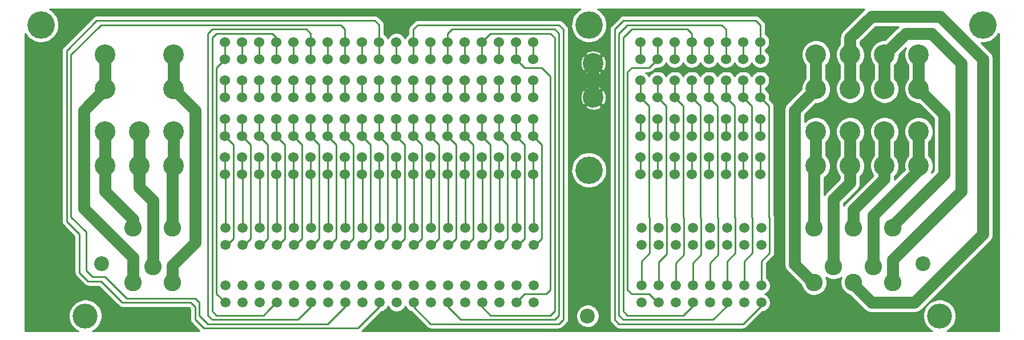
<source format=gbl>
G04 (created by PCBNEW (2013-07-07 BZR 4022)-stable) date 10/06/2014 08:12:37*
%MOIN*%
G04 Gerber Fmt 3.4, Leading zero omitted, Abs format*
%FSLAX34Y34*%
G01*
G70*
G90*
G04 APERTURE LIST*
%ADD10C,0.00590551*%
%ADD11C,0.06*%
%ADD12C,0.12063*%
%ADD13C,0.16*%
%ADD14C,0.0590551*%
%ADD15C,0.102362*%
%ADD16C,0.0866142*%
%ADD17C,0.145669*%
%ADD18C,0.07*%
%ADD19C,0.01*%
G04 APERTURE END LIST*
G54D10*
G54D11*
X51500Y-32000D03*
X50500Y-32000D03*
X49500Y-32000D03*
X48500Y-32000D03*
X47500Y-32000D03*
X46500Y-32000D03*
X45500Y-32000D03*
X44500Y-32000D03*
X43500Y-32000D03*
X42500Y-32000D03*
X41500Y-32000D03*
X40500Y-32000D03*
X39500Y-32000D03*
X38500Y-32000D03*
X37500Y-32000D03*
X36500Y-32000D03*
X35500Y-32000D03*
X34500Y-32000D03*
X33500Y-32000D03*
X51500Y-33000D03*
X50500Y-33000D03*
X49500Y-33000D03*
X48500Y-33000D03*
X47500Y-33000D03*
X46500Y-33000D03*
X45500Y-33000D03*
X44500Y-33000D03*
X43500Y-33000D03*
X42500Y-33000D03*
X41500Y-33000D03*
X40500Y-33000D03*
X39500Y-33000D03*
X38500Y-33000D03*
X37500Y-33000D03*
X36500Y-33000D03*
X35500Y-33000D03*
X34500Y-33000D03*
X33500Y-33000D03*
X51500Y-29750D03*
X50500Y-29750D03*
X49500Y-29750D03*
X48500Y-29750D03*
X47500Y-29750D03*
X46500Y-29750D03*
X45500Y-29750D03*
X44500Y-29750D03*
X43500Y-29750D03*
X42500Y-29750D03*
X41500Y-29750D03*
X40500Y-29750D03*
X39500Y-29750D03*
X38500Y-29750D03*
X37500Y-29750D03*
X36500Y-29750D03*
X35500Y-29750D03*
X34500Y-29750D03*
X33500Y-29750D03*
X51500Y-30750D03*
X50500Y-30750D03*
X49500Y-30750D03*
X48500Y-30750D03*
X47500Y-30750D03*
X46500Y-30750D03*
X45500Y-30750D03*
X44500Y-30750D03*
X43500Y-30750D03*
X42500Y-30750D03*
X41500Y-30750D03*
X40500Y-30750D03*
X39500Y-30750D03*
X38500Y-30750D03*
X37500Y-30750D03*
X36500Y-30750D03*
X35500Y-30750D03*
X34500Y-30750D03*
X33500Y-30750D03*
X51500Y-27500D03*
X50500Y-27500D03*
X49500Y-27500D03*
X48500Y-27500D03*
X47500Y-27500D03*
X46500Y-27500D03*
X45500Y-27500D03*
X44500Y-27500D03*
X43500Y-27500D03*
X42500Y-27500D03*
X41500Y-27500D03*
X40500Y-27500D03*
X39500Y-27500D03*
X38500Y-27500D03*
X37500Y-27500D03*
X36500Y-27500D03*
X35500Y-27500D03*
X34500Y-27500D03*
X33500Y-27500D03*
X51500Y-28500D03*
X50500Y-28500D03*
X49500Y-28500D03*
X48500Y-28500D03*
X47500Y-28500D03*
X46500Y-28500D03*
X45500Y-28500D03*
X44500Y-28500D03*
X43500Y-28500D03*
X42500Y-28500D03*
X41500Y-28500D03*
X40500Y-28500D03*
X39500Y-28500D03*
X38500Y-28500D03*
X37500Y-28500D03*
X36500Y-28500D03*
X35500Y-28500D03*
X34500Y-28500D03*
X33500Y-28500D03*
X51500Y-25250D03*
X50500Y-25250D03*
X49500Y-25250D03*
X48500Y-25250D03*
X47500Y-25250D03*
X46500Y-25250D03*
X45500Y-25250D03*
X44500Y-25250D03*
X43500Y-25250D03*
X42500Y-25250D03*
X41500Y-25250D03*
X40500Y-25250D03*
X39500Y-25250D03*
X38500Y-25250D03*
X37500Y-25250D03*
X36500Y-25250D03*
X35500Y-25250D03*
X34500Y-25250D03*
X33500Y-25250D03*
X51500Y-26250D03*
X50500Y-26250D03*
X49500Y-26250D03*
X48500Y-26250D03*
X47500Y-26250D03*
X46500Y-26250D03*
X45500Y-26250D03*
X44500Y-26250D03*
X43500Y-26250D03*
X42500Y-26250D03*
X41500Y-26250D03*
X40500Y-26250D03*
X39500Y-26250D03*
X38500Y-26250D03*
X37500Y-26250D03*
X36500Y-26250D03*
X35500Y-26250D03*
X34500Y-26250D03*
X33500Y-26250D03*
G54D12*
X26500Y-28000D03*
X26500Y-26000D03*
X30500Y-28000D03*
X30500Y-26000D03*
X28500Y-30500D03*
X28500Y-32500D03*
X26500Y-32500D03*
X26500Y-30500D03*
X30500Y-30500D03*
X30500Y-32500D03*
G54D11*
X57750Y-28500D03*
X58750Y-28500D03*
X59750Y-28500D03*
X60750Y-28500D03*
X61750Y-28500D03*
X62750Y-28500D03*
X63750Y-28500D03*
X64750Y-28500D03*
X57750Y-27500D03*
X58750Y-27500D03*
X59750Y-27500D03*
X60750Y-27500D03*
X61750Y-27500D03*
X62750Y-27500D03*
X63750Y-27500D03*
X64750Y-27500D03*
X57750Y-30750D03*
X58750Y-30750D03*
X59750Y-30750D03*
X60750Y-30750D03*
X61750Y-30750D03*
X62750Y-30750D03*
X63750Y-30750D03*
X64750Y-30750D03*
X57750Y-29750D03*
X58750Y-29750D03*
X59750Y-29750D03*
X60750Y-29750D03*
X61750Y-29750D03*
X62750Y-29750D03*
X63750Y-29750D03*
X64750Y-29750D03*
X57750Y-33000D03*
X58750Y-33000D03*
X59750Y-33000D03*
X60750Y-33000D03*
X61750Y-33000D03*
X62750Y-33000D03*
X63750Y-33000D03*
X64750Y-33000D03*
X57750Y-32000D03*
X58750Y-32000D03*
X59750Y-32000D03*
X60750Y-32000D03*
X61750Y-32000D03*
X62750Y-32000D03*
X63750Y-32000D03*
X64750Y-32000D03*
X57750Y-26250D03*
X58750Y-26250D03*
X59750Y-26250D03*
X60750Y-26250D03*
X61750Y-26250D03*
X62750Y-26250D03*
X63750Y-26250D03*
X64750Y-26250D03*
X57750Y-25250D03*
X58750Y-25250D03*
X59750Y-25250D03*
X60750Y-25250D03*
X61750Y-25250D03*
X62750Y-25250D03*
X63750Y-25250D03*
X64750Y-25250D03*
G54D12*
X74000Y-28000D03*
X74000Y-26000D03*
X72000Y-32500D03*
X72000Y-30500D03*
X68000Y-32500D03*
X68000Y-30500D03*
X74000Y-32500D03*
X74000Y-30500D03*
X70000Y-32500D03*
X70000Y-30500D03*
X72000Y-28000D03*
X72000Y-26000D03*
X70000Y-26000D03*
X70000Y-28000D03*
X68000Y-28000D03*
X68000Y-26000D03*
X55000Y-26500D03*
X55000Y-28500D03*
G54D13*
X22750Y-24250D03*
X54750Y-24250D03*
X77750Y-24250D03*
X54750Y-32750D03*
G54D14*
X42522Y-40505D03*
X43522Y-40505D03*
X45522Y-40505D03*
X44522Y-40505D03*
X46522Y-40505D03*
X38522Y-40505D03*
X39522Y-40505D03*
X41522Y-40505D03*
X40522Y-40505D03*
X36522Y-40505D03*
X37522Y-40505D03*
X35522Y-40505D03*
X50522Y-37123D03*
X49522Y-37123D03*
X34522Y-40505D03*
X34522Y-39505D03*
X35522Y-39505D03*
X37522Y-39505D03*
X36522Y-39505D03*
X40522Y-39505D03*
X41522Y-39505D03*
X39522Y-39505D03*
X38522Y-39505D03*
X42522Y-36123D03*
X43522Y-36123D03*
X45522Y-36123D03*
X44522Y-36123D03*
X48522Y-36123D03*
X47522Y-36123D03*
X46522Y-36123D03*
X51522Y-37123D03*
G54D15*
X71357Y-38406D03*
X72499Y-39324D03*
X72499Y-36123D03*
X67892Y-36123D03*
X67892Y-39324D03*
X70176Y-36123D03*
X70176Y-39324D03*
X69034Y-38406D03*
G54D14*
X63810Y-36123D03*
X59810Y-36123D03*
X60810Y-36123D03*
X62810Y-36123D03*
X61810Y-36123D03*
X57810Y-36123D03*
X58810Y-36123D03*
X64810Y-36123D03*
X64810Y-37123D03*
X58810Y-37123D03*
X57810Y-37123D03*
X61810Y-37123D03*
X62810Y-37123D03*
X60810Y-37123D03*
X59810Y-37123D03*
X63810Y-37123D03*
X63810Y-40505D03*
X59810Y-40505D03*
X60810Y-40505D03*
X62810Y-40505D03*
X61810Y-40505D03*
X57810Y-40505D03*
X58810Y-40505D03*
X64810Y-40505D03*
X64810Y-39505D03*
X58810Y-39505D03*
X57810Y-39505D03*
X61810Y-39505D03*
X62810Y-39505D03*
X60810Y-39505D03*
X59810Y-39505D03*
X63810Y-39505D03*
X33522Y-39505D03*
X50522Y-39505D03*
X46522Y-39505D03*
X47522Y-39505D03*
X49522Y-39505D03*
X48522Y-39505D03*
X44522Y-39505D03*
X45522Y-39505D03*
X43522Y-39505D03*
X42522Y-39505D03*
X51522Y-39505D03*
X51522Y-40505D03*
X48522Y-40505D03*
X49522Y-40505D03*
X47522Y-40505D03*
X50522Y-40505D03*
X33522Y-40505D03*
X33522Y-37123D03*
X34522Y-37123D03*
X36522Y-37123D03*
X35522Y-37123D03*
X39522Y-37123D03*
X40522Y-37123D03*
X38522Y-37123D03*
X37522Y-37123D03*
X41522Y-37123D03*
X46522Y-37123D03*
X47522Y-37123D03*
X48522Y-37123D03*
X44522Y-37123D03*
X45522Y-37123D03*
X43522Y-37123D03*
X42522Y-37123D03*
X51522Y-36123D03*
X49522Y-36123D03*
X50522Y-36123D03*
X41522Y-36123D03*
X37522Y-36123D03*
X38522Y-36123D03*
X40522Y-36123D03*
X39522Y-36123D03*
X35522Y-36123D03*
X36522Y-36123D03*
X34522Y-36123D03*
X33522Y-36123D03*
G54D15*
X29270Y-38406D03*
X30412Y-39324D03*
X30412Y-36123D03*
G54D16*
X74251Y-38221D03*
X26298Y-38221D03*
G54D17*
X75215Y-41292D03*
G54D15*
X28129Y-39324D03*
X28129Y-36123D03*
G54D17*
X25333Y-41292D03*
G54D16*
X54664Y-41292D03*
G54D18*
X55000Y-28500D02*
X55000Y-26500D01*
X55000Y-26500D02*
X55000Y-28500D01*
G54D19*
X55000Y-28500D02*
X55000Y-26500D01*
X35522Y-36123D02*
X35522Y-33022D01*
X35522Y-33022D02*
X35500Y-33000D01*
X35500Y-33000D02*
X35500Y-32000D01*
X50522Y-37123D02*
X50626Y-37123D01*
X51000Y-31250D02*
X50500Y-30750D01*
X51000Y-36750D02*
X51000Y-31250D01*
X50626Y-37123D02*
X51000Y-36750D01*
X50500Y-30750D02*
X50500Y-29750D01*
X34500Y-26250D02*
X34500Y-25250D01*
X35500Y-26250D02*
X35500Y-25250D01*
X36000Y-41000D02*
X35750Y-41250D01*
X32750Y-41000D02*
X32750Y-40750D01*
X33000Y-41250D02*
X32750Y-41000D01*
X35750Y-41250D02*
X33000Y-41250D01*
X36500Y-26250D02*
X36500Y-25250D01*
X36522Y-40505D02*
X36494Y-40505D01*
X36500Y-25000D02*
X36500Y-25250D01*
X32750Y-40750D02*
X32750Y-25000D01*
X32750Y-25000D02*
X33000Y-24750D01*
X33000Y-24750D02*
X36250Y-24750D01*
X36250Y-24750D02*
X36500Y-25000D01*
X36494Y-40505D02*
X36000Y-41000D01*
X37500Y-26250D02*
X37500Y-25250D01*
X38500Y-26250D02*
X38500Y-25250D01*
X38000Y-41250D02*
X37750Y-41500D01*
X32500Y-41250D02*
X32500Y-41000D01*
X32750Y-41500D02*
X32500Y-41250D01*
X37750Y-41500D02*
X32750Y-41500D01*
X38522Y-40505D02*
X38522Y-40727D01*
X38500Y-24750D02*
X38500Y-26250D01*
X32500Y-41000D02*
X32500Y-24750D01*
X32500Y-24750D02*
X32750Y-24500D01*
X32750Y-24500D02*
X38250Y-24500D01*
X38250Y-24500D02*
X38500Y-24750D01*
X38522Y-40727D02*
X38000Y-41250D01*
X39500Y-26250D02*
X39500Y-25250D01*
X41500Y-26250D02*
X41500Y-25250D01*
X25000Y-38750D02*
X25000Y-36500D01*
X25000Y-36500D02*
X24250Y-35750D01*
X27500Y-40500D02*
X26250Y-39250D01*
X26250Y-39250D02*
X25500Y-39250D01*
X32500Y-42000D02*
X32250Y-42000D01*
X31500Y-40500D02*
X29500Y-40500D01*
X31750Y-40750D02*
X31500Y-40500D01*
X31750Y-41500D02*
X31750Y-40750D01*
X32250Y-42000D02*
X31750Y-41500D01*
X41500Y-41750D02*
X41250Y-42000D01*
X41250Y-42000D02*
X32500Y-42000D01*
X42522Y-40505D02*
X42522Y-40727D01*
X42500Y-24250D02*
X42500Y-25250D01*
X29500Y-40500D02*
X27500Y-40500D01*
X25500Y-39250D02*
X25000Y-38750D01*
X24250Y-35750D02*
X24250Y-25750D01*
X24250Y-25750D02*
X26000Y-24000D01*
X26000Y-24000D02*
X42250Y-24000D01*
X42250Y-24000D02*
X42500Y-24250D01*
X42522Y-40727D02*
X41500Y-41750D01*
X42500Y-25250D02*
X42500Y-26250D01*
X43500Y-26250D02*
X43500Y-25250D01*
X44500Y-26250D02*
X44500Y-25250D01*
X44522Y-40505D02*
X44522Y-40772D01*
X44500Y-24500D02*
X44500Y-26250D01*
X44750Y-24250D02*
X44500Y-24500D01*
X53000Y-24250D02*
X44750Y-24250D01*
X53250Y-24500D02*
X53000Y-24250D01*
X53250Y-41500D02*
X53250Y-24500D01*
X53000Y-41750D02*
X53250Y-41500D01*
X45500Y-41750D02*
X53000Y-41750D01*
X44522Y-40772D02*
X45500Y-41750D01*
X51500Y-29750D02*
X51500Y-30750D01*
X51522Y-37123D02*
X51626Y-37123D01*
X52000Y-31250D02*
X51500Y-30750D01*
X52000Y-36750D02*
X52000Y-31250D01*
X51626Y-37123D02*
X52000Y-36750D01*
X45500Y-26250D02*
X45500Y-25250D01*
X46500Y-26250D02*
X46500Y-25250D01*
X46522Y-40505D02*
X46522Y-40772D01*
X46500Y-24750D02*
X46500Y-26250D01*
X46750Y-24500D02*
X46500Y-24750D01*
X52750Y-24500D02*
X46750Y-24500D01*
X53000Y-24750D02*
X52750Y-24500D01*
X53000Y-41250D02*
X53000Y-24750D01*
X52750Y-41500D02*
X53000Y-41250D01*
X47250Y-41500D02*
X52750Y-41500D01*
X46522Y-40772D02*
X47250Y-41500D01*
X47500Y-26250D02*
X47500Y-25250D01*
X48522Y-40505D02*
X48522Y-40772D01*
X49000Y-24750D02*
X48500Y-25250D01*
X52500Y-24750D02*
X49000Y-24750D01*
X52750Y-25000D02*
X52500Y-24750D01*
X52750Y-41000D02*
X52750Y-25000D01*
X52500Y-41250D02*
X52750Y-41000D01*
X49000Y-41250D02*
X52500Y-41250D01*
X48522Y-40772D02*
X49000Y-41250D01*
X48500Y-25250D02*
X48500Y-26250D01*
X49500Y-26250D02*
X49500Y-25250D01*
X50522Y-40505D02*
X50522Y-40477D01*
X51000Y-26750D02*
X50500Y-26250D01*
X52000Y-26750D02*
X51000Y-26750D01*
X52500Y-27250D02*
X52000Y-26750D01*
X52500Y-39750D02*
X52500Y-27250D01*
X52250Y-40000D02*
X52500Y-39750D01*
X51000Y-40000D02*
X52250Y-40000D01*
X50522Y-40477D02*
X51000Y-40000D01*
X50500Y-26250D02*
X50500Y-25250D01*
X51500Y-26250D02*
X51500Y-25250D01*
X33500Y-28500D02*
X33500Y-27500D01*
G54D18*
X30500Y-30500D02*
X30500Y-32500D01*
X30412Y-36123D02*
X30412Y-32587D01*
X30412Y-32587D02*
X30500Y-32500D01*
X28129Y-36123D02*
X28129Y-35629D01*
X26500Y-34000D02*
X26500Y-30500D01*
X28129Y-35629D02*
X26500Y-34000D01*
G54D19*
X33522Y-36123D02*
X33522Y-33022D01*
X33522Y-33022D02*
X33500Y-33000D01*
X33500Y-33000D02*
X33500Y-32000D01*
G54D18*
X29270Y-38406D02*
X29270Y-34520D01*
X28500Y-33750D02*
X28500Y-30500D01*
X29270Y-34520D02*
X28500Y-33750D01*
X30412Y-39324D02*
X30412Y-38337D01*
X30412Y-38337D02*
X31750Y-37000D01*
X31750Y-37000D02*
X31750Y-29250D01*
X31750Y-29250D02*
X30500Y-28000D01*
X30500Y-28000D02*
X30500Y-26000D01*
X28129Y-39324D02*
X28129Y-37879D01*
X28129Y-37879D02*
X25250Y-35000D01*
X25250Y-35000D02*
X25250Y-29250D01*
X25250Y-29250D02*
X26500Y-28000D01*
X26500Y-28000D02*
X26500Y-26000D01*
G54D19*
X34522Y-36123D02*
X34522Y-33022D01*
X34522Y-33022D02*
X34500Y-33000D01*
X34500Y-33000D02*
X34500Y-32000D01*
X41500Y-29750D02*
X41500Y-30750D01*
X41522Y-37123D02*
X41626Y-37123D01*
X42000Y-31250D02*
X41500Y-30750D01*
X42000Y-36750D02*
X42000Y-31250D01*
X41626Y-37123D02*
X42000Y-36750D01*
X36522Y-36123D02*
X36522Y-33022D01*
X36522Y-33022D02*
X36500Y-33000D01*
X36500Y-33000D02*
X36500Y-32000D01*
X37522Y-36123D02*
X37522Y-33022D01*
X37522Y-33022D02*
X37500Y-33000D01*
X37500Y-33000D02*
X37500Y-32000D01*
X38522Y-36123D02*
X38522Y-33022D01*
X38522Y-33022D02*
X38500Y-33000D01*
X38500Y-33000D02*
X38500Y-32000D01*
X39522Y-36123D02*
X39522Y-33022D01*
X39522Y-33022D02*
X39500Y-33000D01*
X39500Y-33000D02*
X39500Y-32000D01*
X40522Y-36123D02*
X40522Y-33022D01*
X40522Y-33022D02*
X40500Y-33000D01*
X40500Y-33000D02*
X40500Y-32000D01*
X42500Y-29750D02*
X42500Y-30750D01*
X42522Y-37123D02*
X42626Y-37123D01*
X43000Y-31250D02*
X42500Y-30750D01*
X43000Y-36750D02*
X43000Y-31250D01*
X42626Y-37123D02*
X43000Y-36750D01*
X41522Y-36123D02*
X41522Y-33022D01*
X41522Y-33022D02*
X41500Y-33000D01*
X41500Y-33000D02*
X41500Y-32000D01*
X42522Y-36123D02*
X42522Y-33022D01*
X42522Y-33022D02*
X42500Y-33000D01*
X42500Y-33000D02*
X42500Y-32000D01*
X43522Y-36123D02*
X43522Y-33022D01*
X43522Y-33022D02*
X43500Y-33000D01*
X43500Y-33000D02*
X43500Y-32000D01*
X44522Y-36123D02*
X44522Y-33022D01*
X44522Y-33022D02*
X44500Y-33000D01*
X44500Y-33000D02*
X44500Y-32000D01*
X45522Y-36123D02*
X45522Y-33022D01*
X45522Y-33022D02*
X45500Y-33000D01*
X45500Y-33000D02*
X45500Y-32000D01*
X46522Y-36123D02*
X46522Y-33022D01*
X46522Y-33022D02*
X46500Y-33000D01*
X46500Y-33000D02*
X46500Y-32000D01*
X47522Y-36123D02*
X47522Y-33022D01*
X47522Y-33022D02*
X47500Y-33000D01*
X47500Y-33000D02*
X47500Y-32000D01*
X47500Y-28500D02*
X47500Y-27500D01*
X35500Y-28500D02*
X35500Y-27500D01*
X36500Y-27500D02*
X36500Y-28500D01*
X43500Y-29750D02*
X43500Y-30750D01*
X43522Y-37123D02*
X43626Y-37123D01*
X44000Y-31250D02*
X43500Y-30750D01*
X44000Y-36750D02*
X44000Y-31250D01*
X43626Y-37123D02*
X44000Y-36750D01*
X37500Y-28500D02*
X37500Y-27500D01*
X38500Y-27500D02*
X38500Y-28500D01*
X39500Y-28500D02*
X39500Y-27500D01*
X40500Y-27500D02*
X40500Y-28500D01*
X41500Y-28500D02*
X41500Y-27500D01*
X42500Y-27500D02*
X42500Y-28500D01*
X43500Y-28500D02*
X43500Y-27500D01*
X44500Y-27500D02*
X44500Y-28500D01*
X45500Y-28500D02*
X45500Y-27500D01*
X46500Y-27500D02*
X46500Y-28500D01*
X44522Y-37123D02*
X44626Y-37123D01*
X45000Y-31250D02*
X44500Y-30750D01*
X45000Y-36750D02*
X45000Y-31250D01*
X44626Y-37123D02*
X45000Y-36750D01*
X44500Y-30750D02*
X44500Y-29750D01*
X48522Y-36123D02*
X48522Y-33022D01*
X48522Y-33022D02*
X48500Y-33000D01*
X48500Y-33000D02*
X48500Y-32000D01*
X48500Y-27500D02*
X48500Y-28500D01*
X49500Y-28500D02*
X49500Y-27500D01*
X50500Y-27500D02*
X50500Y-28500D01*
X51500Y-28500D02*
X51500Y-27500D01*
X33500Y-29750D02*
X33500Y-30750D01*
X33522Y-37123D02*
X33626Y-37123D01*
X34000Y-31250D02*
X33500Y-30750D01*
X34000Y-36750D02*
X34000Y-31250D01*
X33626Y-37123D02*
X34000Y-36750D01*
X34500Y-29750D02*
X34500Y-30750D01*
X34522Y-37123D02*
X34626Y-37123D01*
X35000Y-31250D02*
X34500Y-30750D01*
X35000Y-36750D02*
X35000Y-31250D01*
X34626Y-37123D02*
X35000Y-36750D01*
X35500Y-29750D02*
X35500Y-30750D01*
X35522Y-37123D02*
X35626Y-37123D01*
X36000Y-31250D02*
X35500Y-30750D01*
X36000Y-36750D02*
X36000Y-31250D01*
X35626Y-37123D02*
X36000Y-36750D01*
X36500Y-29750D02*
X36500Y-30750D01*
X36522Y-37123D02*
X36626Y-37123D01*
X37000Y-31250D02*
X36500Y-30750D01*
X37000Y-36750D02*
X37000Y-31250D01*
X36626Y-37123D02*
X37000Y-36750D01*
X37500Y-29750D02*
X37500Y-30750D01*
X37522Y-37123D02*
X37626Y-37123D01*
X38000Y-31250D02*
X37500Y-30750D01*
X38000Y-36750D02*
X38000Y-31250D01*
X37626Y-37123D02*
X38000Y-36750D01*
X45522Y-37123D02*
X45626Y-37123D01*
X46000Y-31250D02*
X45500Y-30750D01*
X46000Y-36750D02*
X46000Y-31250D01*
X45626Y-37123D02*
X46000Y-36750D01*
X45500Y-30750D02*
X45500Y-29750D01*
X38500Y-29750D02*
X38500Y-30750D01*
X38522Y-37123D02*
X38626Y-37123D01*
X39000Y-31250D02*
X38500Y-30750D01*
X39000Y-36750D02*
X39000Y-31250D01*
X38626Y-37123D02*
X39000Y-36750D01*
X39500Y-29750D02*
X39500Y-30750D01*
X39522Y-37123D02*
X39626Y-37123D01*
X40000Y-31250D02*
X39500Y-30750D01*
X40000Y-36750D02*
X40000Y-31250D01*
X39626Y-37123D02*
X40000Y-36750D01*
X40500Y-29750D02*
X40500Y-30750D01*
X40522Y-37123D02*
X40626Y-37123D01*
X41000Y-31250D02*
X40500Y-30750D01*
X41000Y-36750D02*
X41000Y-31250D01*
X40626Y-37123D02*
X41000Y-36750D01*
X62300Y-35550D02*
X62250Y-35500D01*
X61810Y-38189D02*
X62300Y-37700D01*
X62300Y-37700D02*
X62300Y-35550D01*
X61810Y-39505D02*
X61810Y-38189D01*
X62250Y-29000D02*
X62250Y-35500D01*
X62250Y-29000D02*
X61750Y-28500D01*
X61750Y-27500D02*
X61750Y-28500D01*
X57750Y-33000D02*
X57750Y-32000D01*
X64750Y-30750D02*
X64750Y-29750D01*
X63750Y-30750D02*
X63750Y-29750D01*
X62750Y-30750D02*
X62750Y-29750D01*
X61750Y-30750D02*
X61750Y-29750D01*
X60750Y-30750D02*
X60750Y-29750D01*
X46522Y-37123D02*
X46626Y-37123D01*
X47000Y-31250D02*
X46500Y-30750D01*
X47000Y-36750D02*
X47000Y-31250D01*
X46626Y-37123D02*
X47000Y-36750D01*
X46500Y-30750D02*
X46500Y-29750D01*
X59750Y-30750D02*
X59750Y-29750D01*
X58750Y-30750D02*
X58750Y-29750D01*
X57750Y-30750D02*
X57750Y-29750D01*
X65300Y-35550D02*
X65250Y-35500D01*
X64810Y-38089D02*
X65300Y-37600D01*
X65300Y-37600D02*
X65300Y-35550D01*
X64810Y-39505D02*
X64810Y-38089D01*
X65250Y-29000D02*
X65250Y-35500D01*
X65250Y-29000D02*
X64750Y-28500D01*
X64750Y-27500D02*
X64750Y-28500D01*
X64300Y-35550D02*
X64250Y-35500D01*
X63810Y-38089D02*
X64300Y-37600D01*
X64300Y-37600D02*
X64300Y-35550D01*
X63810Y-39505D02*
X63810Y-38089D01*
X64250Y-29000D02*
X64250Y-35500D01*
X64250Y-29000D02*
X63750Y-28500D01*
X63750Y-27500D02*
X63750Y-28500D01*
X63300Y-35550D02*
X63250Y-35500D01*
X62810Y-38089D02*
X63300Y-37600D01*
X63300Y-37600D02*
X63300Y-35550D01*
X62810Y-39505D02*
X62810Y-38089D01*
X63250Y-29000D02*
X63250Y-35500D01*
X63250Y-29000D02*
X62750Y-28500D01*
X62750Y-27500D02*
X62750Y-28500D01*
X58750Y-33000D02*
X58750Y-32000D01*
X61300Y-35550D02*
X61250Y-35500D01*
X60810Y-38189D02*
X61300Y-37700D01*
X61300Y-37700D02*
X61300Y-35550D01*
X60810Y-39505D02*
X60810Y-38189D01*
X61250Y-29000D02*
X61250Y-35500D01*
X61250Y-29000D02*
X60750Y-28500D01*
X60750Y-27500D02*
X60750Y-28500D01*
X60300Y-35550D02*
X60250Y-35500D01*
X59810Y-38189D02*
X60300Y-37700D01*
X60300Y-37700D02*
X60300Y-35550D01*
X59810Y-39505D02*
X59810Y-38189D01*
X60250Y-29000D02*
X60250Y-35500D01*
X60250Y-29000D02*
X59750Y-28500D01*
X59750Y-27500D02*
X59750Y-28500D01*
X59300Y-35550D02*
X59250Y-35500D01*
X58810Y-38139D02*
X59300Y-37650D01*
X59300Y-37650D02*
X59300Y-35550D01*
X58810Y-39505D02*
X58810Y-38139D01*
X59250Y-29000D02*
X59250Y-35500D01*
X59250Y-29000D02*
X58750Y-28500D01*
X58750Y-27500D02*
X58750Y-28500D01*
X47522Y-37123D02*
X47626Y-37123D01*
X48000Y-31250D02*
X47500Y-30750D01*
X48000Y-36750D02*
X48000Y-31250D01*
X47626Y-37123D02*
X48000Y-36750D01*
X47500Y-30750D02*
X47500Y-29750D01*
X58300Y-35550D02*
X58250Y-35500D01*
X57810Y-38089D02*
X58300Y-37600D01*
X58300Y-37600D02*
X58300Y-35550D01*
X57810Y-39505D02*
X57810Y-38089D01*
X58250Y-29000D02*
X58250Y-35500D01*
X58250Y-29000D02*
X57750Y-28500D01*
X57750Y-27500D02*
X57750Y-28500D01*
X64750Y-26250D02*
X64750Y-25250D01*
X64810Y-40505D02*
X64810Y-40689D01*
X64750Y-24250D02*
X64750Y-26250D01*
X64500Y-24000D02*
X64750Y-24250D01*
X56750Y-24000D02*
X64500Y-24000D01*
X56250Y-24500D02*
X56750Y-24000D01*
X56250Y-41500D02*
X56250Y-24500D01*
X56500Y-41750D02*
X56250Y-41500D01*
X63750Y-41750D02*
X56500Y-41750D01*
X64810Y-40689D02*
X63750Y-41750D01*
X63750Y-26250D02*
X63750Y-25250D01*
X62750Y-26250D02*
X62750Y-25250D01*
X62810Y-40505D02*
X62810Y-40689D01*
X62750Y-24500D02*
X62750Y-26250D01*
X62500Y-24250D02*
X62750Y-24500D01*
X57000Y-24250D02*
X62500Y-24250D01*
X56500Y-24750D02*
X57000Y-24250D01*
X56500Y-41250D02*
X56500Y-24750D01*
X56750Y-41500D02*
X56500Y-41250D01*
X62000Y-41500D02*
X56750Y-41500D01*
X62810Y-40689D02*
X62000Y-41500D01*
X61750Y-26250D02*
X61750Y-25250D01*
X60750Y-26250D02*
X60750Y-25250D01*
X60810Y-40505D02*
X60810Y-40689D01*
X60750Y-24750D02*
X60750Y-26250D01*
X60500Y-24500D02*
X60750Y-24750D01*
X57250Y-24500D02*
X60500Y-24500D01*
X56750Y-25000D02*
X57250Y-24500D01*
X56750Y-41000D02*
X56750Y-25000D01*
X57000Y-41250D02*
X56750Y-41000D01*
X60250Y-41250D02*
X57000Y-41250D01*
X60810Y-40689D02*
X60250Y-41250D01*
X59750Y-26250D02*
X59750Y-25250D01*
X58750Y-25250D02*
X58750Y-26250D01*
X58810Y-40505D02*
X58755Y-40505D01*
X58250Y-26750D02*
X58750Y-26250D01*
X57250Y-26750D02*
X58250Y-26750D01*
X57000Y-27000D02*
X57250Y-26750D01*
X57000Y-39750D02*
X57000Y-27000D01*
X57250Y-40000D02*
X57000Y-39750D01*
X58250Y-40000D02*
X57250Y-40000D01*
X58755Y-40505D02*
X58250Y-40000D01*
X57750Y-26250D02*
X57750Y-25250D01*
G54D18*
X69034Y-38406D02*
X69034Y-34465D01*
X69034Y-34465D02*
X70000Y-33500D01*
X70000Y-33500D02*
X70000Y-30500D01*
X70000Y-32500D02*
X70000Y-30500D01*
G54D19*
X48522Y-37123D02*
X48626Y-37123D01*
X49000Y-31250D02*
X48500Y-30750D01*
X49000Y-36750D02*
X49000Y-31250D01*
X48626Y-37123D02*
X49000Y-36750D01*
X48500Y-30750D02*
X48500Y-29750D01*
X49522Y-36123D02*
X49522Y-33022D01*
X49522Y-33022D02*
X49500Y-33000D01*
X49500Y-33000D02*
X49500Y-32000D01*
X50522Y-36123D02*
X50522Y-33022D01*
X50522Y-33022D02*
X50500Y-33000D01*
X50500Y-33000D02*
X50500Y-32000D01*
X51522Y-36123D02*
X51522Y-33022D01*
X51522Y-33022D02*
X51500Y-33000D01*
X51500Y-33000D02*
X51500Y-32000D01*
G54D18*
X72000Y-32500D02*
X72000Y-30500D01*
X70176Y-36123D02*
X70176Y-35073D01*
X70176Y-35073D02*
X72000Y-33250D01*
X72000Y-33250D02*
X72000Y-30500D01*
X71357Y-38406D02*
X71357Y-35392D01*
X71357Y-35392D02*
X74000Y-32750D01*
X74000Y-32750D02*
X74000Y-30500D01*
G54D19*
X34500Y-27500D02*
X34500Y-28500D01*
G54D18*
X72499Y-39324D02*
X72499Y-38000D01*
X72499Y-38000D02*
X76500Y-34000D01*
X76500Y-34000D02*
X76500Y-26500D01*
X76500Y-26500D02*
X74750Y-24750D01*
X74750Y-24750D02*
X73250Y-24750D01*
X73250Y-24750D02*
X72000Y-26000D01*
X72000Y-26000D02*
X72000Y-28000D01*
X77750Y-27000D02*
X77750Y-26250D01*
X77750Y-26250D02*
X75250Y-23750D01*
X70000Y-28000D02*
X70000Y-26000D01*
X70176Y-39324D02*
X70176Y-39426D01*
X70176Y-39426D02*
X71250Y-40500D01*
X71250Y-40500D02*
X73750Y-40500D01*
X73750Y-40500D02*
X77750Y-36500D01*
X77750Y-36500D02*
X77750Y-27000D01*
X75250Y-23750D02*
X71250Y-23750D01*
X71250Y-23750D02*
X70000Y-25000D01*
X70000Y-25000D02*
X70000Y-28000D01*
X67892Y-39324D02*
X67824Y-39324D01*
X67824Y-39324D02*
X66750Y-38250D01*
X66750Y-38250D02*
X66750Y-29250D01*
X66750Y-29250D02*
X68000Y-28000D01*
X68000Y-28000D02*
X68000Y-26000D01*
G54D19*
X64750Y-33000D02*
X64750Y-32000D01*
X49522Y-37123D02*
X49626Y-37123D01*
X50000Y-31250D02*
X49500Y-30750D01*
X50000Y-36750D02*
X50000Y-31250D01*
X49626Y-37123D02*
X50000Y-36750D01*
X49500Y-30750D02*
X49500Y-29750D01*
X63750Y-33000D02*
X63750Y-32000D01*
X62750Y-33000D02*
X62750Y-32000D01*
X61750Y-33000D02*
X61750Y-32000D01*
X60750Y-33000D02*
X60750Y-32000D01*
X59750Y-33000D02*
X59750Y-32000D01*
G54D18*
X72499Y-36123D02*
X72499Y-36000D01*
X72499Y-36000D02*
X75500Y-33000D01*
X75500Y-33000D02*
X75500Y-29500D01*
X75500Y-29500D02*
X74000Y-28000D01*
X74000Y-28000D02*
X74000Y-26000D01*
X67892Y-36123D02*
X67892Y-32607D01*
X67892Y-32607D02*
X68000Y-32500D01*
X68000Y-32500D02*
X68000Y-30500D01*
G54D19*
X25375Y-38625D02*
X25375Y-36375D01*
X25375Y-36375D02*
X24500Y-35500D01*
X27750Y-40250D02*
X26500Y-39000D01*
X26500Y-39000D02*
X25750Y-39000D01*
X32500Y-41750D02*
X32000Y-41250D01*
X31750Y-40250D02*
X29750Y-40250D01*
X32000Y-40500D02*
X31750Y-40250D01*
X32000Y-41250D02*
X32000Y-40500D01*
X39750Y-41500D02*
X39500Y-41750D01*
X39500Y-41750D02*
X32500Y-41750D01*
X40522Y-40505D02*
X40522Y-40727D01*
X40500Y-24500D02*
X40500Y-25250D01*
X29750Y-40250D02*
X27750Y-40250D01*
X25750Y-39000D02*
X25375Y-38625D01*
X24500Y-35500D02*
X24500Y-26000D01*
X24500Y-26000D02*
X26250Y-24250D01*
X26250Y-24250D02*
X40250Y-24250D01*
X40250Y-24250D02*
X40500Y-24500D01*
X40522Y-40727D02*
X39750Y-41500D01*
X40500Y-25250D02*
X40500Y-26250D01*
X33500Y-26250D02*
X33500Y-25250D01*
X33500Y-25250D02*
X33500Y-26250D01*
X33522Y-40505D02*
X33505Y-40505D01*
X33000Y-26750D02*
X33500Y-26250D01*
X33000Y-40000D02*
X33000Y-26750D01*
X33505Y-40505D02*
X33000Y-40000D01*
G54D10*
G36*
X78675Y-42175D02*
X75646Y-42175D01*
X75658Y-42170D01*
X75820Y-42067D01*
X75959Y-41934D01*
X76070Y-41778D01*
X76148Y-41602D01*
X76191Y-41415D01*
X76194Y-41196D01*
X76156Y-41008D01*
X76083Y-40830D01*
X75977Y-40671D01*
X75842Y-40535D01*
X75683Y-40427D01*
X75506Y-40353D01*
X75318Y-40314D01*
X75126Y-40313D01*
X74938Y-40349D01*
X74760Y-40421D01*
X74599Y-40526D01*
X74462Y-40660D01*
X74354Y-40818D01*
X74278Y-40995D01*
X74238Y-41182D01*
X74236Y-41374D01*
X74270Y-41563D01*
X74341Y-41741D01*
X74445Y-41903D01*
X74578Y-42041D01*
X74736Y-42150D01*
X74791Y-42175D01*
X65600Y-42175D01*
X65600Y-37600D01*
X65600Y-35550D01*
X65597Y-35522D01*
X65594Y-35494D01*
X65594Y-35493D01*
X65594Y-35491D01*
X65586Y-35465D01*
X65578Y-35438D01*
X65577Y-35437D01*
X65577Y-35435D01*
X65564Y-35411D01*
X65551Y-35386D01*
X65550Y-35385D01*
X65550Y-35384D01*
X65550Y-29000D01*
X65547Y-28972D01*
X65544Y-28944D01*
X65544Y-28943D01*
X65544Y-28941D01*
X65536Y-28915D01*
X65528Y-28888D01*
X65527Y-28887D01*
X65527Y-28885D01*
X65514Y-28861D01*
X65501Y-28836D01*
X65500Y-28835D01*
X65499Y-28833D01*
X65482Y-28812D01*
X65465Y-28790D01*
X65462Y-28788D01*
X65462Y-28788D01*
X65462Y-28788D01*
X65462Y-28787D01*
X65288Y-28613D01*
X65298Y-28569D01*
X65300Y-28446D01*
X65279Y-28340D01*
X65237Y-28240D01*
X65178Y-28150D01*
X65102Y-28074D01*
X65050Y-28038D01*
X65050Y-27961D01*
X65090Y-27935D01*
X65168Y-27861D01*
X65230Y-27772D01*
X65274Y-27674D01*
X65298Y-27569D01*
X65300Y-27446D01*
X65279Y-27340D01*
X65237Y-27240D01*
X65178Y-27150D01*
X65102Y-27074D01*
X65012Y-27013D01*
X64913Y-26972D01*
X64807Y-26950D01*
X64699Y-26949D01*
X64593Y-26969D01*
X64493Y-27010D01*
X64403Y-27069D01*
X64326Y-27144D01*
X64265Y-27233D01*
X64250Y-27270D01*
X64237Y-27240D01*
X64178Y-27150D01*
X64102Y-27074D01*
X64012Y-27013D01*
X63913Y-26972D01*
X63807Y-26950D01*
X63699Y-26949D01*
X63593Y-26969D01*
X63493Y-27010D01*
X63403Y-27069D01*
X63326Y-27144D01*
X63265Y-27233D01*
X63250Y-27270D01*
X63237Y-27240D01*
X63178Y-27150D01*
X63102Y-27074D01*
X63012Y-27013D01*
X62913Y-26972D01*
X62807Y-26950D01*
X62699Y-26949D01*
X62593Y-26969D01*
X62493Y-27010D01*
X62403Y-27069D01*
X62326Y-27144D01*
X62265Y-27233D01*
X62250Y-27270D01*
X62237Y-27240D01*
X62178Y-27150D01*
X62102Y-27074D01*
X62012Y-27013D01*
X61913Y-26972D01*
X61807Y-26950D01*
X61699Y-26949D01*
X61593Y-26969D01*
X61493Y-27010D01*
X61403Y-27069D01*
X61326Y-27144D01*
X61265Y-27233D01*
X61250Y-27270D01*
X61237Y-27240D01*
X61178Y-27150D01*
X61102Y-27074D01*
X61012Y-27013D01*
X60913Y-26972D01*
X60807Y-26950D01*
X60699Y-26949D01*
X60593Y-26969D01*
X60493Y-27010D01*
X60403Y-27069D01*
X60326Y-27144D01*
X60265Y-27233D01*
X60250Y-27270D01*
X60237Y-27240D01*
X60178Y-27150D01*
X60102Y-27074D01*
X60012Y-27013D01*
X59913Y-26972D01*
X59807Y-26950D01*
X59699Y-26949D01*
X59593Y-26969D01*
X59493Y-27010D01*
X59403Y-27069D01*
X59326Y-27144D01*
X59265Y-27233D01*
X59250Y-27270D01*
X59237Y-27240D01*
X59178Y-27150D01*
X59102Y-27074D01*
X59012Y-27013D01*
X58913Y-26972D01*
X58807Y-26950D01*
X58699Y-26949D01*
X58593Y-26969D01*
X58493Y-27010D01*
X58403Y-27069D01*
X58326Y-27144D01*
X58265Y-27233D01*
X58250Y-27270D01*
X58237Y-27240D01*
X58178Y-27150D01*
X58102Y-27074D01*
X58066Y-27050D01*
X58250Y-27050D01*
X58277Y-27047D01*
X58305Y-27044D01*
X58306Y-27044D01*
X58308Y-27044D01*
X58334Y-27036D01*
X58361Y-27028D01*
X58362Y-27027D01*
X58364Y-27027D01*
X58388Y-27014D01*
X58413Y-27001D01*
X58414Y-27000D01*
X58416Y-26999D01*
X58437Y-26982D01*
X58459Y-26965D01*
X58461Y-26962D01*
X58461Y-26962D01*
X58461Y-26962D01*
X58462Y-26962D01*
X58636Y-26788D01*
X58684Y-26798D01*
X58792Y-26801D01*
X58898Y-26782D01*
X58999Y-26743D01*
X59090Y-26685D01*
X59168Y-26611D01*
X59230Y-26522D01*
X59249Y-26480D01*
X59258Y-26502D01*
X59316Y-26593D01*
X59391Y-26670D01*
X59480Y-26732D01*
X59579Y-26775D01*
X59684Y-26798D01*
X59792Y-26801D01*
X59898Y-26782D01*
X59999Y-26743D01*
X60090Y-26685D01*
X60168Y-26611D01*
X60230Y-26522D01*
X60249Y-26480D01*
X60258Y-26502D01*
X60316Y-26593D01*
X60391Y-26670D01*
X60480Y-26732D01*
X60579Y-26775D01*
X60684Y-26798D01*
X60792Y-26801D01*
X60898Y-26782D01*
X60999Y-26743D01*
X61090Y-26685D01*
X61168Y-26611D01*
X61230Y-26522D01*
X61249Y-26480D01*
X61258Y-26502D01*
X61316Y-26593D01*
X61391Y-26670D01*
X61480Y-26732D01*
X61579Y-26775D01*
X61684Y-26798D01*
X61792Y-26801D01*
X61898Y-26782D01*
X61999Y-26743D01*
X62090Y-26685D01*
X62168Y-26611D01*
X62230Y-26522D01*
X62249Y-26480D01*
X62258Y-26502D01*
X62316Y-26593D01*
X62391Y-26670D01*
X62480Y-26732D01*
X62579Y-26775D01*
X62684Y-26798D01*
X62792Y-26801D01*
X62898Y-26782D01*
X62999Y-26743D01*
X63090Y-26685D01*
X63168Y-26611D01*
X63230Y-26522D01*
X63249Y-26480D01*
X63258Y-26502D01*
X63316Y-26593D01*
X63391Y-26670D01*
X63480Y-26732D01*
X63579Y-26775D01*
X63684Y-26798D01*
X63792Y-26801D01*
X63898Y-26782D01*
X63999Y-26743D01*
X64090Y-26685D01*
X64168Y-26611D01*
X64230Y-26522D01*
X64249Y-26480D01*
X64258Y-26502D01*
X64316Y-26593D01*
X64391Y-26670D01*
X64480Y-26732D01*
X64579Y-26775D01*
X64684Y-26798D01*
X64792Y-26801D01*
X64898Y-26782D01*
X64999Y-26743D01*
X65090Y-26685D01*
X65168Y-26611D01*
X65230Y-26522D01*
X65274Y-26424D01*
X65298Y-26319D01*
X65300Y-26196D01*
X65279Y-26090D01*
X65237Y-25990D01*
X65178Y-25900D01*
X65102Y-25824D01*
X65050Y-25788D01*
X65050Y-25711D01*
X65090Y-25685D01*
X65168Y-25611D01*
X65230Y-25522D01*
X65274Y-25424D01*
X65298Y-25319D01*
X65300Y-25196D01*
X65279Y-25090D01*
X65237Y-24990D01*
X65178Y-24900D01*
X65102Y-24824D01*
X65050Y-24788D01*
X65050Y-24250D01*
X65047Y-24222D01*
X65044Y-24194D01*
X65044Y-24193D01*
X65044Y-24191D01*
X65036Y-24165D01*
X65028Y-24138D01*
X65027Y-24137D01*
X65027Y-24135D01*
X65014Y-24111D01*
X65001Y-24086D01*
X65000Y-24085D01*
X64999Y-24083D01*
X64982Y-24062D01*
X64965Y-24040D01*
X64962Y-24038D01*
X64962Y-24038D01*
X64962Y-24038D01*
X64962Y-24037D01*
X64712Y-23787D01*
X64690Y-23770D01*
X64669Y-23752D01*
X64668Y-23751D01*
X64666Y-23750D01*
X64642Y-23737D01*
X64618Y-23724D01*
X64616Y-23723D01*
X64615Y-23723D01*
X64588Y-23714D01*
X64562Y-23706D01*
X64560Y-23706D01*
X64559Y-23705D01*
X64531Y-23703D01*
X64504Y-23700D01*
X64501Y-23700D01*
X64501Y-23700D01*
X64500Y-23700D01*
X64500Y-23700D01*
X56750Y-23700D01*
X56722Y-23702D01*
X56694Y-23705D01*
X56693Y-23705D01*
X56691Y-23705D01*
X56665Y-23713D01*
X56638Y-23721D01*
X56637Y-23722D01*
X56635Y-23722D01*
X56611Y-23735D01*
X56586Y-23748D01*
X56585Y-23749D01*
X56583Y-23750D01*
X56562Y-23767D01*
X56540Y-23784D01*
X56538Y-23787D01*
X56538Y-23787D01*
X56538Y-23787D01*
X56537Y-23787D01*
X56037Y-24287D01*
X56020Y-24309D01*
X56002Y-24330D01*
X56001Y-24331D01*
X56000Y-24333D01*
X55987Y-24357D01*
X55974Y-24381D01*
X55973Y-24383D01*
X55973Y-24384D01*
X55964Y-24411D01*
X55956Y-24437D01*
X55956Y-24439D01*
X55955Y-24440D01*
X55953Y-24468D01*
X55950Y-24495D01*
X55950Y-24498D01*
X55950Y-24498D01*
X55950Y-24499D01*
X55950Y-24500D01*
X55950Y-41500D01*
X55952Y-41527D01*
X55955Y-41555D01*
X55955Y-41556D01*
X55955Y-41558D01*
X55963Y-41584D01*
X55971Y-41611D01*
X55972Y-41612D01*
X55972Y-41614D01*
X55985Y-41638D01*
X55998Y-41663D01*
X55999Y-41664D01*
X56000Y-41666D01*
X56017Y-41687D01*
X56034Y-41709D01*
X56037Y-41711D01*
X56037Y-41711D01*
X56037Y-41711D01*
X56037Y-41712D01*
X56287Y-41962D01*
X56309Y-41979D01*
X56330Y-41997D01*
X56331Y-41998D01*
X56333Y-41999D01*
X56357Y-42012D01*
X56381Y-42025D01*
X56383Y-42026D01*
X56384Y-42026D01*
X56411Y-42035D01*
X56437Y-42043D01*
X56439Y-42043D01*
X56440Y-42044D01*
X56468Y-42046D01*
X56495Y-42049D01*
X56498Y-42049D01*
X56498Y-42049D01*
X56499Y-42049D01*
X56500Y-42050D01*
X63750Y-42050D01*
X63777Y-42047D01*
X63805Y-42044D01*
X63806Y-42044D01*
X63808Y-42044D01*
X63834Y-42036D01*
X63861Y-42028D01*
X63862Y-42027D01*
X63864Y-42027D01*
X63888Y-42014D01*
X63913Y-42001D01*
X63914Y-42000D01*
X63916Y-41999D01*
X63937Y-41982D01*
X63959Y-41965D01*
X63961Y-41962D01*
X63961Y-41962D01*
X63961Y-41962D01*
X63962Y-41962D01*
X64877Y-41047D01*
X64957Y-41032D01*
X65057Y-40994D01*
X65147Y-40936D01*
X65225Y-40863D01*
X65286Y-40775D01*
X65330Y-40678D01*
X65353Y-40573D01*
X65355Y-40451D01*
X65334Y-40346D01*
X65294Y-40247D01*
X65234Y-40158D01*
X65159Y-40082D01*
X65070Y-40023D01*
X65028Y-40005D01*
X65057Y-39994D01*
X65147Y-39936D01*
X65225Y-39863D01*
X65286Y-39775D01*
X65330Y-39678D01*
X65353Y-39573D01*
X65355Y-39451D01*
X65334Y-39346D01*
X65294Y-39247D01*
X65234Y-39158D01*
X65159Y-39082D01*
X65110Y-39049D01*
X65110Y-38214D01*
X65512Y-37812D01*
X65529Y-37790D01*
X65547Y-37769D01*
X65548Y-37768D01*
X65549Y-37766D01*
X65562Y-37742D01*
X65575Y-37718D01*
X65576Y-37716D01*
X65576Y-37715D01*
X65585Y-37688D01*
X65593Y-37662D01*
X65593Y-37660D01*
X65594Y-37659D01*
X65596Y-37631D01*
X65599Y-37604D01*
X65599Y-37601D01*
X65599Y-37601D01*
X65599Y-37600D01*
X65600Y-37600D01*
X65600Y-42175D01*
X55800Y-42175D01*
X55800Y-32647D01*
X55760Y-32445D01*
X55756Y-32436D01*
X55756Y-28481D01*
X55756Y-26481D01*
X55738Y-26335D01*
X55692Y-26194D01*
X55640Y-26096D01*
X55542Y-26027D01*
X55472Y-26098D01*
X55472Y-25957D01*
X55403Y-25859D01*
X55271Y-25793D01*
X55128Y-25754D01*
X54981Y-25743D01*
X54835Y-25761D01*
X54694Y-25807D01*
X54596Y-25859D01*
X54527Y-25957D01*
X55000Y-26429D01*
X55472Y-25957D01*
X55472Y-26098D01*
X55070Y-26500D01*
X55542Y-26972D01*
X55640Y-26903D01*
X55706Y-26771D01*
X55745Y-26628D01*
X55756Y-26481D01*
X55756Y-28481D01*
X55738Y-28335D01*
X55692Y-28194D01*
X55640Y-28096D01*
X55542Y-28027D01*
X55472Y-28098D01*
X55472Y-27957D01*
X55472Y-27042D01*
X55000Y-26570D01*
X54929Y-26641D01*
X54929Y-26500D01*
X54457Y-26027D01*
X54359Y-26096D01*
X54293Y-26228D01*
X54254Y-26371D01*
X54243Y-26518D01*
X54261Y-26664D01*
X54307Y-26805D01*
X54359Y-26903D01*
X54457Y-26972D01*
X54929Y-26500D01*
X54929Y-26641D01*
X54527Y-27042D01*
X54596Y-27140D01*
X54728Y-27206D01*
X54871Y-27245D01*
X55018Y-27256D01*
X55164Y-27238D01*
X55305Y-27192D01*
X55403Y-27140D01*
X55472Y-27042D01*
X55472Y-27957D01*
X55403Y-27859D01*
X55271Y-27793D01*
X55128Y-27754D01*
X54981Y-27743D01*
X54835Y-27761D01*
X54694Y-27807D01*
X54596Y-27859D01*
X54527Y-27957D01*
X55000Y-28429D01*
X55472Y-27957D01*
X55472Y-28098D01*
X55070Y-28500D01*
X55542Y-28972D01*
X55640Y-28903D01*
X55706Y-28771D01*
X55745Y-28628D01*
X55756Y-28481D01*
X55756Y-32436D01*
X55681Y-32254D01*
X55567Y-32083D01*
X55472Y-31986D01*
X55472Y-29042D01*
X55000Y-28570D01*
X54929Y-28641D01*
X54929Y-28500D01*
X54457Y-28027D01*
X54359Y-28096D01*
X54293Y-28228D01*
X54254Y-28371D01*
X54243Y-28518D01*
X54261Y-28664D01*
X54307Y-28805D01*
X54359Y-28903D01*
X54457Y-28972D01*
X54929Y-28500D01*
X54929Y-28641D01*
X54527Y-29042D01*
X54596Y-29140D01*
X54728Y-29206D01*
X54871Y-29245D01*
X55018Y-29256D01*
X55164Y-29238D01*
X55305Y-29192D01*
X55403Y-29140D01*
X55472Y-29042D01*
X55472Y-31986D01*
X55422Y-31937D01*
X55251Y-31821D01*
X55061Y-31742D01*
X54860Y-31700D01*
X54654Y-31699D01*
X54452Y-31737D01*
X54261Y-31814D01*
X54088Y-31927D01*
X53941Y-32071D01*
X53825Y-32241D01*
X53744Y-32430D01*
X53701Y-32632D01*
X53698Y-32838D01*
X53735Y-33040D01*
X53811Y-33232D01*
X53923Y-33405D01*
X54066Y-33553D01*
X54235Y-33671D01*
X54423Y-33753D01*
X54625Y-33797D01*
X54830Y-33801D01*
X55033Y-33766D01*
X55225Y-33691D01*
X55399Y-33581D01*
X55548Y-33439D01*
X55667Y-33271D01*
X55751Y-33083D01*
X55796Y-32882D01*
X55800Y-32647D01*
X55800Y-42175D01*
X55347Y-42175D01*
X55347Y-41225D01*
X55321Y-41094D01*
X55270Y-40970D01*
X55196Y-40858D01*
X55102Y-40763D01*
X54991Y-40688D01*
X54867Y-40636D01*
X54736Y-40609D01*
X54602Y-40608D01*
X54470Y-40634D01*
X54346Y-40684D01*
X54234Y-40757D01*
X54138Y-40851D01*
X54063Y-40961D01*
X54010Y-41084D01*
X53982Y-41216D01*
X53980Y-41349D01*
X54004Y-41481D01*
X54054Y-41606D01*
X54126Y-41718D01*
X54219Y-41815D01*
X54329Y-41891D01*
X54452Y-41945D01*
X54583Y-41974D01*
X54717Y-41976D01*
X54849Y-41953D01*
X54974Y-41905D01*
X55087Y-41833D01*
X55184Y-41741D01*
X55261Y-41631D01*
X55315Y-41509D01*
X55345Y-41378D01*
X55347Y-41225D01*
X55347Y-42175D01*
X41499Y-42175D01*
X41712Y-41962D01*
X41712Y-41962D01*
X41712Y-41962D01*
X42635Y-41039D01*
X42670Y-41032D01*
X42769Y-40994D01*
X42860Y-40936D01*
X42937Y-40863D01*
X42999Y-40775D01*
X43022Y-40723D01*
X43035Y-40755D01*
X43093Y-40845D01*
X43167Y-40922D01*
X43255Y-40983D01*
X43353Y-41026D01*
X43457Y-41049D01*
X43564Y-41051D01*
X43670Y-41032D01*
X43769Y-40994D01*
X43860Y-40936D01*
X43937Y-40863D01*
X43999Y-40775D01*
X44022Y-40723D01*
X44035Y-40755D01*
X44093Y-40845D01*
X44167Y-40922D01*
X44255Y-40983D01*
X44350Y-41024D01*
X45287Y-41962D01*
X45309Y-41979D01*
X45330Y-41997D01*
X45331Y-41998D01*
X45333Y-41999D01*
X45357Y-42012D01*
X45381Y-42025D01*
X45383Y-42026D01*
X45384Y-42026D01*
X45411Y-42035D01*
X45437Y-42043D01*
X45439Y-42043D01*
X45440Y-42044D01*
X45468Y-42046D01*
X45495Y-42049D01*
X45498Y-42049D01*
X45498Y-42049D01*
X45499Y-42049D01*
X45500Y-42050D01*
X53000Y-42050D01*
X53027Y-42047D01*
X53055Y-42044D01*
X53056Y-42044D01*
X53058Y-42044D01*
X53084Y-42036D01*
X53111Y-42028D01*
X53112Y-42027D01*
X53114Y-42027D01*
X53138Y-42014D01*
X53163Y-42001D01*
X53164Y-42000D01*
X53166Y-41999D01*
X53187Y-41982D01*
X53209Y-41965D01*
X53211Y-41962D01*
X53211Y-41962D01*
X53211Y-41962D01*
X53212Y-41962D01*
X53462Y-41712D01*
X53479Y-41690D01*
X53497Y-41669D01*
X53498Y-41668D01*
X53499Y-41666D01*
X53512Y-41642D01*
X53525Y-41618D01*
X53526Y-41616D01*
X53526Y-41615D01*
X53535Y-41588D01*
X53543Y-41562D01*
X53543Y-41560D01*
X53544Y-41559D01*
X53546Y-41531D01*
X53549Y-41504D01*
X53549Y-41501D01*
X53549Y-41501D01*
X53549Y-41500D01*
X53550Y-41500D01*
X53550Y-24500D01*
X53547Y-24472D01*
X53544Y-24444D01*
X53544Y-24443D01*
X53544Y-24441D01*
X53536Y-24415D01*
X53528Y-24388D01*
X53527Y-24387D01*
X53527Y-24385D01*
X53514Y-24361D01*
X53501Y-24336D01*
X53500Y-24335D01*
X53499Y-24333D01*
X53482Y-24312D01*
X53465Y-24290D01*
X53462Y-24288D01*
X53462Y-24288D01*
X53462Y-24288D01*
X53462Y-24287D01*
X53212Y-24037D01*
X53190Y-24020D01*
X53169Y-24002D01*
X53168Y-24001D01*
X53166Y-24000D01*
X53142Y-23987D01*
X53118Y-23974D01*
X53116Y-23973D01*
X53115Y-23973D01*
X53088Y-23964D01*
X53062Y-23956D01*
X53060Y-23956D01*
X53059Y-23955D01*
X53031Y-23953D01*
X53004Y-23950D01*
X53001Y-23950D01*
X53001Y-23950D01*
X53000Y-23950D01*
X53000Y-23950D01*
X44750Y-23950D01*
X44722Y-23952D01*
X44694Y-23955D01*
X44693Y-23955D01*
X44691Y-23955D01*
X44665Y-23963D01*
X44638Y-23971D01*
X44637Y-23972D01*
X44635Y-23972D01*
X44611Y-23985D01*
X44586Y-23998D01*
X44585Y-23999D01*
X44583Y-24000D01*
X44562Y-24017D01*
X44540Y-24034D01*
X44538Y-24037D01*
X44538Y-24037D01*
X44538Y-24037D01*
X44537Y-24037D01*
X44287Y-24287D01*
X44270Y-24309D01*
X44252Y-24330D01*
X44251Y-24331D01*
X44250Y-24333D01*
X44237Y-24357D01*
X44224Y-24381D01*
X44223Y-24383D01*
X44223Y-24384D01*
X44214Y-24411D01*
X44206Y-24437D01*
X44206Y-24439D01*
X44205Y-24440D01*
X44203Y-24468D01*
X44200Y-24495D01*
X44200Y-24498D01*
X44200Y-24498D01*
X44200Y-24499D01*
X44200Y-24500D01*
X44200Y-24788D01*
X44153Y-24819D01*
X44076Y-24894D01*
X44015Y-24983D01*
X44000Y-25020D01*
X43987Y-24990D01*
X43928Y-24900D01*
X43852Y-24824D01*
X43762Y-24763D01*
X43663Y-24722D01*
X43557Y-24700D01*
X43449Y-24699D01*
X43343Y-24719D01*
X43243Y-24760D01*
X43153Y-24819D01*
X43076Y-24894D01*
X43015Y-24983D01*
X43000Y-25020D01*
X42987Y-24990D01*
X42928Y-24900D01*
X42852Y-24824D01*
X42800Y-24788D01*
X42800Y-24250D01*
X42797Y-24222D01*
X42794Y-24194D01*
X42794Y-24193D01*
X42794Y-24191D01*
X42786Y-24165D01*
X42778Y-24138D01*
X42777Y-24137D01*
X42777Y-24135D01*
X42764Y-24111D01*
X42751Y-24086D01*
X42750Y-24085D01*
X42749Y-24083D01*
X42732Y-24062D01*
X42715Y-24040D01*
X42712Y-24038D01*
X42712Y-24038D01*
X42712Y-24038D01*
X42712Y-24037D01*
X42462Y-23787D01*
X42440Y-23770D01*
X42419Y-23752D01*
X42418Y-23751D01*
X42416Y-23750D01*
X42392Y-23737D01*
X42368Y-23724D01*
X42366Y-23723D01*
X42365Y-23723D01*
X42338Y-23714D01*
X42312Y-23706D01*
X42310Y-23706D01*
X42309Y-23705D01*
X42281Y-23703D01*
X42254Y-23700D01*
X42251Y-23700D01*
X42251Y-23700D01*
X42250Y-23700D01*
X42250Y-23700D01*
X26000Y-23700D01*
X25972Y-23702D01*
X25944Y-23705D01*
X25943Y-23705D01*
X25941Y-23705D01*
X25915Y-23713D01*
X25888Y-23721D01*
X25887Y-23722D01*
X25885Y-23722D01*
X25861Y-23735D01*
X25836Y-23748D01*
X25835Y-23749D01*
X25833Y-23750D01*
X25812Y-23767D01*
X25790Y-23784D01*
X25788Y-23787D01*
X25788Y-23787D01*
X25788Y-23787D01*
X25787Y-23787D01*
X24037Y-25537D01*
X24020Y-25559D01*
X24002Y-25580D01*
X24001Y-25581D01*
X24000Y-25583D01*
X23987Y-25607D01*
X23974Y-25631D01*
X23973Y-25633D01*
X23973Y-25634D01*
X23964Y-25661D01*
X23956Y-25687D01*
X23956Y-25689D01*
X23955Y-25690D01*
X23953Y-25718D01*
X23950Y-25745D01*
X23950Y-25748D01*
X23950Y-25748D01*
X23950Y-25749D01*
X23950Y-25750D01*
X23950Y-35750D01*
X23952Y-35777D01*
X23955Y-35805D01*
X23955Y-35806D01*
X23955Y-35808D01*
X23963Y-35834D01*
X23971Y-35861D01*
X23972Y-35862D01*
X23972Y-35864D01*
X23985Y-35888D01*
X23998Y-35913D01*
X23999Y-35914D01*
X24000Y-35916D01*
X24017Y-35937D01*
X24034Y-35959D01*
X24037Y-35961D01*
X24037Y-35961D01*
X24037Y-35961D01*
X24037Y-35962D01*
X24700Y-36624D01*
X24700Y-38750D01*
X24702Y-38777D01*
X24705Y-38805D01*
X24705Y-38806D01*
X24705Y-38808D01*
X24713Y-38834D01*
X24721Y-38861D01*
X24722Y-38862D01*
X24722Y-38864D01*
X24735Y-38888D01*
X24748Y-38913D01*
X24749Y-38914D01*
X24750Y-38916D01*
X24767Y-38937D01*
X24784Y-38959D01*
X24787Y-38961D01*
X24787Y-38961D01*
X24787Y-38961D01*
X24787Y-38962D01*
X25287Y-39462D01*
X25309Y-39479D01*
X25330Y-39497D01*
X25331Y-39498D01*
X25333Y-39499D01*
X25357Y-39512D01*
X25381Y-39525D01*
X25383Y-39526D01*
X25384Y-39526D01*
X25411Y-39535D01*
X25437Y-39543D01*
X25439Y-39543D01*
X25440Y-39544D01*
X25468Y-39546D01*
X25495Y-39549D01*
X25498Y-39549D01*
X25498Y-39549D01*
X25499Y-39549D01*
X25500Y-39550D01*
X26125Y-39550D01*
X27287Y-40712D01*
X27309Y-40729D01*
X27330Y-40747D01*
X27331Y-40748D01*
X27333Y-40749D01*
X27357Y-40762D01*
X27381Y-40775D01*
X27383Y-40776D01*
X27384Y-40776D01*
X27411Y-40785D01*
X27437Y-40793D01*
X27439Y-40793D01*
X27440Y-40794D01*
X27468Y-40796D01*
X27495Y-40799D01*
X27498Y-40799D01*
X27498Y-40799D01*
X27499Y-40799D01*
X27500Y-40800D01*
X29500Y-40800D01*
X31375Y-40800D01*
X31450Y-40874D01*
X31450Y-41500D01*
X31452Y-41527D01*
X31455Y-41555D01*
X31455Y-41556D01*
X31455Y-41558D01*
X31463Y-41584D01*
X31471Y-41611D01*
X31472Y-41612D01*
X31472Y-41614D01*
X31485Y-41638D01*
X31498Y-41663D01*
X31499Y-41664D01*
X31500Y-41666D01*
X31517Y-41687D01*
X31534Y-41709D01*
X31537Y-41711D01*
X31537Y-41711D01*
X31537Y-41711D01*
X31537Y-41712D01*
X32000Y-42175D01*
X25764Y-42175D01*
X25777Y-42170D01*
X25939Y-42067D01*
X26078Y-41934D01*
X26188Y-41778D01*
X26266Y-41602D01*
X26309Y-41415D01*
X26312Y-41196D01*
X26274Y-41008D01*
X26201Y-40830D01*
X26095Y-40671D01*
X25960Y-40535D01*
X25801Y-40427D01*
X25624Y-40353D01*
X25436Y-40314D01*
X25244Y-40313D01*
X25056Y-40349D01*
X24878Y-40421D01*
X24717Y-40526D01*
X24580Y-40660D01*
X24472Y-40818D01*
X24396Y-40995D01*
X24356Y-41182D01*
X24354Y-41374D01*
X24388Y-41563D01*
X24459Y-41741D01*
X24563Y-41903D01*
X24696Y-42041D01*
X24854Y-42150D01*
X24909Y-42175D01*
X21825Y-42175D01*
X21825Y-24753D01*
X21923Y-24905D01*
X22066Y-25053D01*
X22235Y-25171D01*
X22423Y-25253D01*
X22625Y-25297D01*
X22830Y-25301D01*
X23033Y-25266D01*
X23225Y-25191D01*
X23399Y-25081D01*
X23548Y-24939D01*
X23667Y-24771D01*
X23751Y-24583D01*
X23796Y-24382D01*
X23800Y-24147D01*
X23760Y-23945D01*
X23681Y-23754D01*
X23567Y-23583D01*
X23422Y-23437D01*
X23256Y-23325D01*
X54245Y-23325D01*
X54088Y-23427D01*
X53941Y-23571D01*
X53825Y-23741D01*
X53744Y-23930D01*
X53701Y-24132D01*
X53698Y-24338D01*
X53735Y-24540D01*
X53811Y-24732D01*
X53923Y-24905D01*
X54066Y-25053D01*
X54235Y-25171D01*
X54423Y-25253D01*
X54625Y-25297D01*
X54830Y-25301D01*
X55033Y-25266D01*
X55225Y-25191D01*
X55399Y-25081D01*
X55548Y-24939D01*
X55667Y-24771D01*
X55751Y-24583D01*
X55796Y-24382D01*
X55800Y-24147D01*
X55760Y-23945D01*
X55681Y-23754D01*
X55567Y-23583D01*
X55422Y-23437D01*
X55256Y-23325D01*
X70826Y-23325D01*
X70825Y-23325D01*
X69575Y-24575D01*
X69540Y-24618D01*
X69504Y-24661D01*
X69503Y-24663D01*
X69501Y-24666D01*
X69475Y-24715D01*
X69448Y-24763D01*
X69447Y-24766D01*
X69446Y-24769D01*
X69429Y-24822D01*
X69413Y-24875D01*
X69412Y-24878D01*
X69411Y-24881D01*
X69406Y-24936D01*
X69400Y-24991D01*
X69400Y-24997D01*
X69400Y-24997D01*
X69400Y-24998D01*
X69400Y-25000D01*
X69400Y-25393D01*
X69343Y-25448D01*
X69248Y-25587D01*
X69182Y-25740D01*
X69148Y-25904D01*
X69145Y-26071D01*
X69175Y-26236D01*
X69237Y-26391D01*
X69328Y-26532D01*
X69400Y-26606D01*
X69400Y-27393D01*
X69343Y-27448D01*
X69248Y-27587D01*
X69182Y-27740D01*
X69148Y-27904D01*
X69145Y-28071D01*
X69175Y-28236D01*
X69237Y-28391D01*
X69328Y-28532D01*
X69444Y-28652D01*
X69581Y-28748D01*
X69735Y-28815D01*
X69898Y-28851D01*
X70065Y-28854D01*
X70230Y-28825D01*
X70386Y-28765D01*
X70527Y-28675D01*
X70648Y-28560D01*
X70745Y-28423D01*
X70813Y-28270D01*
X70850Y-28107D01*
X70853Y-27916D01*
X70820Y-27752D01*
X70756Y-27597D01*
X70664Y-27458D01*
X70600Y-27393D01*
X70600Y-26606D01*
X70648Y-26560D01*
X70745Y-26423D01*
X70813Y-26270D01*
X70850Y-26107D01*
X70853Y-25916D01*
X70820Y-25752D01*
X70756Y-25597D01*
X70664Y-25458D01*
X70600Y-25393D01*
X70600Y-25248D01*
X71498Y-24350D01*
X72801Y-24350D01*
X72004Y-25146D01*
X71922Y-25146D01*
X71757Y-25177D01*
X71602Y-25240D01*
X71462Y-25331D01*
X71343Y-25448D01*
X71248Y-25587D01*
X71182Y-25740D01*
X71148Y-25904D01*
X71145Y-26071D01*
X71175Y-26236D01*
X71237Y-26391D01*
X71328Y-26532D01*
X71400Y-26606D01*
X71400Y-27393D01*
X71343Y-27448D01*
X71248Y-27587D01*
X71182Y-27740D01*
X71148Y-27904D01*
X71145Y-28071D01*
X71175Y-28236D01*
X71237Y-28391D01*
X71328Y-28532D01*
X71444Y-28652D01*
X71581Y-28748D01*
X71735Y-28815D01*
X71898Y-28851D01*
X72065Y-28854D01*
X72230Y-28825D01*
X72386Y-28765D01*
X72527Y-28675D01*
X72648Y-28560D01*
X72745Y-28423D01*
X72813Y-28270D01*
X72850Y-28107D01*
X72853Y-27916D01*
X72820Y-27752D01*
X72756Y-27597D01*
X72664Y-27458D01*
X72600Y-27393D01*
X72600Y-26606D01*
X72648Y-26560D01*
X72745Y-26423D01*
X72813Y-26270D01*
X72850Y-26107D01*
X72852Y-25996D01*
X73239Y-25609D01*
X73182Y-25740D01*
X73148Y-25904D01*
X73145Y-26071D01*
X73175Y-26236D01*
X73237Y-26391D01*
X73328Y-26532D01*
X73400Y-26606D01*
X73400Y-27393D01*
X73343Y-27448D01*
X73248Y-27587D01*
X73182Y-27740D01*
X73148Y-27904D01*
X73145Y-28071D01*
X73175Y-28236D01*
X73237Y-28391D01*
X73328Y-28532D01*
X73444Y-28652D01*
X73581Y-28748D01*
X73735Y-28815D01*
X73898Y-28851D01*
X74004Y-28853D01*
X74900Y-29748D01*
X74900Y-32751D01*
X74759Y-32892D01*
X74813Y-32770D01*
X74850Y-32607D01*
X74853Y-32416D01*
X74820Y-32252D01*
X74756Y-32097D01*
X74664Y-31958D01*
X74600Y-31893D01*
X74600Y-31106D01*
X74648Y-31060D01*
X74745Y-30923D01*
X74813Y-30770D01*
X74850Y-30607D01*
X74853Y-30416D01*
X74820Y-30252D01*
X74756Y-30097D01*
X74664Y-29958D01*
X74546Y-29839D01*
X74407Y-29745D01*
X74253Y-29681D01*
X74089Y-29647D01*
X73922Y-29646D01*
X73757Y-29677D01*
X73602Y-29740D01*
X73462Y-29831D01*
X73343Y-29948D01*
X73248Y-30087D01*
X73182Y-30240D01*
X73148Y-30404D01*
X73145Y-30571D01*
X73175Y-30736D01*
X73237Y-30891D01*
X73328Y-31032D01*
X73400Y-31106D01*
X73400Y-31893D01*
X73343Y-31948D01*
X73248Y-32087D01*
X73182Y-32240D01*
X73148Y-32404D01*
X73145Y-32571D01*
X73174Y-32727D01*
X72594Y-33306D01*
X72599Y-33258D01*
X72599Y-33252D01*
X72599Y-33252D01*
X72599Y-33251D01*
X72600Y-33250D01*
X72600Y-33106D01*
X72648Y-33060D01*
X72745Y-32923D01*
X72813Y-32770D01*
X72850Y-32607D01*
X72853Y-32416D01*
X72820Y-32252D01*
X72756Y-32097D01*
X72664Y-31958D01*
X72600Y-31893D01*
X72600Y-31106D01*
X72648Y-31060D01*
X72745Y-30923D01*
X72813Y-30770D01*
X72850Y-30607D01*
X72853Y-30416D01*
X72820Y-30252D01*
X72756Y-30097D01*
X72664Y-29958D01*
X72546Y-29839D01*
X72407Y-29745D01*
X72253Y-29681D01*
X72089Y-29647D01*
X71922Y-29646D01*
X71757Y-29677D01*
X71602Y-29740D01*
X71462Y-29831D01*
X71343Y-29948D01*
X71248Y-30087D01*
X71182Y-30240D01*
X71148Y-30404D01*
X71145Y-30571D01*
X71175Y-30736D01*
X71237Y-30891D01*
X71328Y-31032D01*
X71400Y-31106D01*
X71400Y-31893D01*
X71343Y-31948D01*
X71248Y-32087D01*
X71182Y-32240D01*
X71148Y-32404D01*
X71145Y-32571D01*
X71175Y-32736D01*
X71237Y-32891D01*
X71328Y-33032D01*
X71348Y-33053D01*
X69752Y-34649D01*
X69716Y-34692D01*
X69681Y-34734D01*
X69679Y-34737D01*
X69677Y-34739D01*
X69651Y-34788D01*
X69634Y-34819D01*
X69634Y-34713D01*
X70424Y-33924D01*
X70459Y-33881D01*
X70495Y-33838D01*
X70496Y-33836D01*
X70498Y-33833D01*
X70524Y-33784D01*
X70551Y-33736D01*
X70552Y-33733D01*
X70553Y-33730D01*
X70570Y-33677D01*
X70586Y-33624D01*
X70587Y-33621D01*
X70588Y-33618D01*
X70593Y-33563D01*
X70599Y-33508D01*
X70599Y-33502D01*
X70599Y-33502D01*
X70599Y-33501D01*
X70600Y-33500D01*
X70600Y-33106D01*
X70648Y-33060D01*
X70745Y-32923D01*
X70813Y-32770D01*
X70850Y-32607D01*
X70853Y-32416D01*
X70820Y-32252D01*
X70756Y-32097D01*
X70664Y-31958D01*
X70600Y-31893D01*
X70600Y-31106D01*
X70648Y-31060D01*
X70745Y-30923D01*
X70813Y-30770D01*
X70850Y-30607D01*
X70853Y-30416D01*
X70820Y-30252D01*
X70756Y-30097D01*
X70664Y-29958D01*
X70546Y-29839D01*
X70407Y-29745D01*
X70253Y-29681D01*
X70089Y-29647D01*
X69922Y-29646D01*
X69757Y-29677D01*
X69602Y-29740D01*
X69462Y-29831D01*
X69343Y-29948D01*
X69248Y-30087D01*
X69182Y-30240D01*
X69148Y-30404D01*
X69145Y-30571D01*
X69175Y-30736D01*
X69237Y-30891D01*
X69328Y-31032D01*
X69400Y-31106D01*
X69400Y-31893D01*
X69343Y-31948D01*
X69248Y-32087D01*
X69182Y-32240D01*
X69148Y-32404D01*
X69145Y-32571D01*
X69175Y-32736D01*
X69237Y-32891D01*
X69328Y-33032D01*
X69400Y-33106D01*
X69400Y-33251D01*
X68610Y-34041D01*
X68575Y-34083D01*
X68539Y-34126D01*
X68538Y-34129D01*
X68536Y-34131D01*
X68509Y-34180D01*
X68492Y-34211D01*
X68492Y-33197D01*
X68527Y-33175D01*
X68648Y-33060D01*
X68745Y-32923D01*
X68813Y-32770D01*
X68850Y-32607D01*
X68853Y-32416D01*
X68820Y-32252D01*
X68756Y-32097D01*
X68664Y-31958D01*
X68600Y-31893D01*
X68600Y-31106D01*
X68648Y-31060D01*
X68745Y-30923D01*
X68813Y-30770D01*
X68850Y-30607D01*
X68853Y-30416D01*
X68820Y-30252D01*
X68756Y-30097D01*
X68664Y-29958D01*
X68546Y-29839D01*
X68407Y-29745D01*
X68253Y-29681D01*
X68089Y-29647D01*
X67922Y-29646D01*
X67757Y-29677D01*
X67602Y-29740D01*
X67462Y-29831D01*
X67350Y-29942D01*
X67350Y-29498D01*
X67995Y-28853D01*
X68065Y-28854D01*
X68230Y-28825D01*
X68386Y-28765D01*
X68527Y-28675D01*
X68648Y-28560D01*
X68745Y-28423D01*
X68813Y-28270D01*
X68850Y-28107D01*
X68853Y-27916D01*
X68820Y-27752D01*
X68756Y-27597D01*
X68664Y-27458D01*
X68600Y-27393D01*
X68600Y-26606D01*
X68648Y-26560D01*
X68745Y-26423D01*
X68813Y-26270D01*
X68850Y-26107D01*
X68853Y-25916D01*
X68820Y-25752D01*
X68756Y-25597D01*
X68664Y-25458D01*
X68546Y-25339D01*
X68407Y-25245D01*
X68253Y-25181D01*
X68089Y-25147D01*
X67922Y-25146D01*
X67757Y-25177D01*
X67602Y-25240D01*
X67462Y-25331D01*
X67343Y-25448D01*
X67248Y-25587D01*
X67182Y-25740D01*
X67148Y-25904D01*
X67145Y-26071D01*
X67175Y-26236D01*
X67237Y-26391D01*
X67328Y-26532D01*
X67400Y-26606D01*
X67400Y-27393D01*
X67343Y-27448D01*
X67248Y-27587D01*
X67182Y-27740D01*
X67148Y-27904D01*
X67146Y-28004D01*
X66325Y-28825D01*
X66290Y-28868D01*
X66254Y-28911D01*
X66253Y-28913D01*
X66251Y-28916D01*
X66225Y-28965D01*
X66198Y-29013D01*
X66197Y-29016D01*
X66196Y-29019D01*
X66179Y-29072D01*
X66163Y-29125D01*
X66162Y-29128D01*
X66161Y-29131D01*
X66156Y-29186D01*
X66150Y-29241D01*
X66150Y-29247D01*
X66150Y-29247D01*
X66150Y-29248D01*
X66150Y-29250D01*
X66150Y-38250D01*
X66155Y-38305D01*
X66160Y-38360D01*
X66161Y-38363D01*
X66161Y-38366D01*
X66177Y-38419D01*
X66192Y-38472D01*
X66194Y-38475D01*
X66195Y-38478D01*
X66221Y-38527D01*
X66246Y-38576D01*
X66248Y-38579D01*
X66250Y-38582D01*
X66285Y-38624D01*
X66319Y-38668D01*
X66324Y-38672D01*
X66324Y-38672D01*
X66324Y-38672D01*
X66325Y-38674D01*
X67150Y-39498D01*
X67157Y-39535D01*
X67212Y-39673D01*
X67292Y-39799D01*
X67396Y-39906D01*
X67519Y-39992D01*
X67656Y-40052D01*
X67802Y-40084D01*
X67951Y-40087D01*
X68098Y-40061D01*
X68238Y-40007D01*
X68364Y-39927D01*
X68472Y-39824D01*
X68558Y-39702D01*
X68619Y-39565D01*
X68652Y-39419D01*
X68654Y-39249D01*
X68625Y-39102D01*
X68595Y-39029D01*
X68661Y-39074D01*
X68798Y-39134D01*
X68944Y-39166D01*
X69093Y-39169D01*
X69240Y-39143D01*
X69379Y-39089D01*
X69473Y-39030D01*
X69446Y-39092D01*
X69415Y-39238D01*
X69413Y-39388D01*
X69440Y-39535D01*
X69495Y-39673D01*
X69576Y-39799D01*
X69680Y-39906D01*
X69802Y-39992D01*
X69939Y-40052D01*
X69957Y-40055D01*
X70825Y-40924D01*
X70868Y-40959D01*
X70911Y-40995D01*
X70913Y-40996D01*
X70916Y-40998D01*
X70965Y-41024D01*
X71013Y-41051D01*
X71016Y-41052D01*
X71019Y-41053D01*
X71072Y-41070D01*
X71125Y-41086D01*
X71128Y-41087D01*
X71131Y-41088D01*
X71186Y-41093D01*
X71241Y-41099D01*
X71247Y-41099D01*
X71247Y-41099D01*
X71248Y-41099D01*
X71250Y-41100D01*
X73750Y-41100D01*
X73805Y-41094D01*
X73860Y-41089D01*
X73863Y-41088D01*
X73866Y-41088D01*
X73919Y-41072D01*
X73972Y-41057D01*
X73975Y-41055D01*
X73978Y-41054D01*
X74027Y-41028D01*
X74076Y-41003D01*
X74079Y-41001D01*
X74082Y-40999D01*
X74124Y-40964D01*
X74168Y-40930D01*
X74172Y-40925D01*
X74172Y-40925D01*
X74172Y-40925D01*
X74174Y-40924D01*
X78174Y-36924D01*
X78209Y-36881D01*
X78245Y-36838D01*
X78246Y-36836D01*
X78248Y-36833D01*
X78274Y-36784D01*
X78301Y-36736D01*
X78302Y-36733D01*
X78303Y-36730D01*
X78320Y-36677D01*
X78336Y-36624D01*
X78337Y-36621D01*
X78338Y-36618D01*
X78343Y-36563D01*
X78349Y-36508D01*
X78349Y-36502D01*
X78349Y-36502D01*
X78349Y-36501D01*
X78350Y-36500D01*
X78350Y-27000D01*
X78350Y-26250D01*
X78344Y-26194D01*
X78339Y-26139D01*
X78338Y-26136D01*
X78338Y-26133D01*
X78322Y-26080D01*
X78307Y-26027D01*
X78305Y-26024D01*
X78304Y-26021D01*
X78278Y-25972D01*
X78253Y-25923D01*
X78251Y-25920D01*
X78249Y-25917D01*
X78214Y-25875D01*
X78180Y-25831D01*
X78175Y-25827D01*
X78175Y-25827D01*
X78175Y-25827D01*
X78174Y-25825D01*
X77646Y-25298D01*
X77830Y-25301D01*
X78033Y-25266D01*
X78225Y-25191D01*
X78399Y-25081D01*
X78548Y-24939D01*
X78667Y-24771D01*
X78675Y-24754D01*
X78675Y-42175D01*
X78675Y-42175D01*
G37*
G54D19*
X78675Y-42175D02*
X75646Y-42175D01*
X75658Y-42170D01*
X75820Y-42067D01*
X75959Y-41934D01*
X76070Y-41778D01*
X76148Y-41602D01*
X76191Y-41415D01*
X76194Y-41196D01*
X76156Y-41008D01*
X76083Y-40830D01*
X75977Y-40671D01*
X75842Y-40535D01*
X75683Y-40427D01*
X75506Y-40353D01*
X75318Y-40314D01*
X75126Y-40313D01*
X74938Y-40349D01*
X74760Y-40421D01*
X74599Y-40526D01*
X74462Y-40660D01*
X74354Y-40818D01*
X74278Y-40995D01*
X74238Y-41182D01*
X74236Y-41374D01*
X74270Y-41563D01*
X74341Y-41741D01*
X74445Y-41903D01*
X74578Y-42041D01*
X74736Y-42150D01*
X74791Y-42175D01*
X65600Y-42175D01*
X65600Y-37600D01*
X65600Y-35550D01*
X65597Y-35522D01*
X65594Y-35494D01*
X65594Y-35493D01*
X65594Y-35491D01*
X65586Y-35465D01*
X65578Y-35438D01*
X65577Y-35437D01*
X65577Y-35435D01*
X65564Y-35411D01*
X65551Y-35386D01*
X65550Y-35385D01*
X65550Y-35384D01*
X65550Y-29000D01*
X65547Y-28972D01*
X65544Y-28944D01*
X65544Y-28943D01*
X65544Y-28941D01*
X65536Y-28915D01*
X65528Y-28888D01*
X65527Y-28887D01*
X65527Y-28885D01*
X65514Y-28861D01*
X65501Y-28836D01*
X65500Y-28835D01*
X65499Y-28833D01*
X65482Y-28812D01*
X65465Y-28790D01*
X65462Y-28788D01*
X65462Y-28788D01*
X65462Y-28788D01*
X65462Y-28787D01*
X65288Y-28613D01*
X65298Y-28569D01*
X65300Y-28446D01*
X65279Y-28340D01*
X65237Y-28240D01*
X65178Y-28150D01*
X65102Y-28074D01*
X65050Y-28038D01*
X65050Y-27961D01*
X65090Y-27935D01*
X65168Y-27861D01*
X65230Y-27772D01*
X65274Y-27674D01*
X65298Y-27569D01*
X65300Y-27446D01*
X65279Y-27340D01*
X65237Y-27240D01*
X65178Y-27150D01*
X65102Y-27074D01*
X65012Y-27013D01*
X64913Y-26972D01*
X64807Y-26950D01*
X64699Y-26949D01*
X64593Y-26969D01*
X64493Y-27010D01*
X64403Y-27069D01*
X64326Y-27144D01*
X64265Y-27233D01*
X64250Y-27270D01*
X64237Y-27240D01*
X64178Y-27150D01*
X64102Y-27074D01*
X64012Y-27013D01*
X63913Y-26972D01*
X63807Y-26950D01*
X63699Y-26949D01*
X63593Y-26969D01*
X63493Y-27010D01*
X63403Y-27069D01*
X63326Y-27144D01*
X63265Y-27233D01*
X63250Y-27270D01*
X63237Y-27240D01*
X63178Y-27150D01*
X63102Y-27074D01*
X63012Y-27013D01*
X62913Y-26972D01*
X62807Y-26950D01*
X62699Y-26949D01*
X62593Y-26969D01*
X62493Y-27010D01*
X62403Y-27069D01*
X62326Y-27144D01*
X62265Y-27233D01*
X62250Y-27270D01*
X62237Y-27240D01*
X62178Y-27150D01*
X62102Y-27074D01*
X62012Y-27013D01*
X61913Y-26972D01*
X61807Y-26950D01*
X61699Y-26949D01*
X61593Y-26969D01*
X61493Y-27010D01*
X61403Y-27069D01*
X61326Y-27144D01*
X61265Y-27233D01*
X61250Y-27270D01*
X61237Y-27240D01*
X61178Y-27150D01*
X61102Y-27074D01*
X61012Y-27013D01*
X60913Y-26972D01*
X60807Y-26950D01*
X60699Y-26949D01*
X60593Y-26969D01*
X60493Y-27010D01*
X60403Y-27069D01*
X60326Y-27144D01*
X60265Y-27233D01*
X60250Y-27270D01*
X60237Y-27240D01*
X60178Y-27150D01*
X60102Y-27074D01*
X60012Y-27013D01*
X59913Y-26972D01*
X59807Y-26950D01*
X59699Y-26949D01*
X59593Y-26969D01*
X59493Y-27010D01*
X59403Y-27069D01*
X59326Y-27144D01*
X59265Y-27233D01*
X59250Y-27270D01*
X59237Y-27240D01*
X59178Y-27150D01*
X59102Y-27074D01*
X59012Y-27013D01*
X58913Y-26972D01*
X58807Y-26950D01*
X58699Y-26949D01*
X58593Y-26969D01*
X58493Y-27010D01*
X58403Y-27069D01*
X58326Y-27144D01*
X58265Y-27233D01*
X58250Y-27270D01*
X58237Y-27240D01*
X58178Y-27150D01*
X58102Y-27074D01*
X58066Y-27050D01*
X58250Y-27050D01*
X58277Y-27047D01*
X58305Y-27044D01*
X58306Y-27044D01*
X58308Y-27044D01*
X58334Y-27036D01*
X58361Y-27028D01*
X58362Y-27027D01*
X58364Y-27027D01*
X58388Y-27014D01*
X58413Y-27001D01*
X58414Y-27000D01*
X58416Y-26999D01*
X58437Y-26982D01*
X58459Y-26965D01*
X58461Y-26962D01*
X58461Y-26962D01*
X58461Y-26962D01*
X58462Y-26962D01*
X58636Y-26788D01*
X58684Y-26798D01*
X58792Y-26801D01*
X58898Y-26782D01*
X58999Y-26743D01*
X59090Y-26685D01*
X59168Y-26611D01*
X59230Y-26522D01*
X59249Y-26480D01*
X59258Y-26502D01*
X59316Y-26593D01*
X59391Y-26670D01*
X59480Y-26732D01*
X59579Y-26775D01*
X59684Y-26798D01*
X59792Y-26801D01*
X59898Y-26782D01*
X59999Y-26743D01*
X60090Y-26685D01*
X60168Y-26611D01*
X60230Y-26522D01*
X60249Y-26480D01*
X60258Y-26502D01*
X60316Y-26593D01*
X60391Y-26670D01*
X60480Y-26732D01*
X60579Y-26775D01*
X60684Y-26798D01*
X60792Y-26801D01*
X60898Y-26782D01*
X60999Y-26743D01*
X61090Y-26685D01*
X61168Y-26611D01*
X61230Y-26522D01*
X61249Y-26480D01*
X61258Y-26502D01*
X61316Y-26593D01*
X61391Y-26670D01*
X61480Y-26732D01*
X61579Y-26775D01*
X61684Y-26798D01*
X61792Y-26801D01*
X61898Y-26782D01*
X61999Y-26743D01*
X62090Y-26685D01*
X62168Y-26611D01*
X62230Y-26522D01*
X62249Y-26480D01*
X62258Y-26502D01*
X62316Y-26593D01*
X62391Y-26670D01*
X62480Y-26732D01*
X62579Y-26775D01*
X62684Y-26798D01*
X62792Y-26801D01*
X62898Y-26782D01*
X62999Y-26743D01*
X63090Y-26685D01*
X63168Y-26611D01*
X63230Y-26522D01*
X63249Y-26480D01*
X63258Y-26502D01*
X63316Y-26593D01*
X63391Y-26670D01*
X63480Y-26732D01*
X63579Y-26775D01*
X63684Y-26798D01*
X63792Y-26801D01*
X63898Y-26782D01*
X63999Y-26743D01*
X64090Y-26685D01*
X64168Y-26611D01*
X64230Y-26522D01*
X64249Y-26480D01*
X64258Y-26502D01*
X64316Y-26593D01*
X64391Y-26670D01*
X64480Y-26732D01*
X64579Y-26775D01*
X64684Y-26798D01*
X64792Y-26801D01*
X64898Y-26782D01*
X64999Y-26743D01*
X65090Y-26685D01*
X65168Y-26611D01*
X65230Y-26522D01*
X65274Y-26424D01*
X65298Y-26319D01*
X65300Y-26196D01*
X65279Y-26090D01*
X65237Y-25990D01*
X65178Y-25900D01*
X65102Y-25824D01*
X65050Y-25788D01*
X65050Y-25711D01*
X65090Y-25685D01*
X65168Y-25611D01*
X65230Y-25522D01*
X65274Y-25424D01*
X65298Y-25319D01*
X65300Y-25196D01*
X65279Y-25090D01*
X65237Y-24990D01*
X65178Y-24900D01*
X65102Y-24824D01*
X65050Y-24788D01*
X65050Y-24250D01*
X65047Y-24222D01*
X65044Y-24194D01*
X65044Y-24193D01*
X65044Y-24191D01*
X65036Y-24165D01*
X65028Y-24138D01*
X65027Y-24137D01*
X65027Y-24135D01*
X65014Y-24111D01*
X65001Y-24086D01*
X65000Y-24085D01*
X64999Y-24083D01*
X64982Y-24062D01*
X64965Y-24040D01*
X64962Y-24038D01*
X64962Y-24038D01*
X64962Y-24038D01*
X64962Y-24037D01*
X64712Y-23787D01*
X64690Y-23770D01*
X64669Y-23752D01*
X64668Y-23751D01*
X64666Y-23750D01*
X64642Y-23737D01*
X64618Y-23724D01*
X64616Y-23723D01*
X64615Y-23723D01*
X64588Y-23714D01*
X64562Y-23706D01*
X64560Y-23706D01*
X64559Y-23705D01*
X64531Y-23703D01*
X64504Y-23700D01*
X64501Y-23700D01*
X64501Y-23700D01*
X64500Y-23700D01*
X64500Y-23700D01*
X56750Y-23700D01*
X56722Y-23702D01*
X56694Y-23705D01*
X56693Y-23705D01*
X56691Y-23705D01*
X56665Y-23713D01*
X56638Y-23721D01*
X56637Y-23722D01*
X56635Y-23722D01*
X56611Y-23735D01*
X56586Y-23748D01*
X56585Y-23749D01*
X56583Y-23750D01*
X56562Y-23767D01*
X56540Y-23784D01*
X56538Y-23787D01*
X56538Y-23787D01*
X56538Y-23787D01*
X56537Y-23787D01*
X56037Y-24287D01*
X56020Y-24309D01*
X56002Y-24330D01*
X56001Y-24331D01*
X56000Y-24333D01*
X55987Y-24357D01*
X55974Y-24381D01*
X55973Y-24383D01*
X55973Y-24384D01*
X55964Y-24411D01*
X55956Y-24437D01*
X55956Y-24439D01*
X55955Y-24440D01*
X55953Y-24468D01*
X55950Y-24495D01*
X55950Y-24498D01*
X55950Y-24498D01*
X55950Y-24499D01*
X55950Y-24500D01*
X55950Y-41500D01*
X55952Y-41527D01*
X55955Y-41555D01*
X55955Y-41556D01*
X55955Y-41558D01*
X55963Y-41584D01*
X55971Y-41611D01*
X55972Y-41612D01*
X55972Y-41614D01*
X55985Y-41638D01*
X55998Y-41663D01*
X55999Y-41664D01*
X56000Y-41666D01*
X56017Y-41687D01*
X56034Y-41709D01*
X56037Y-41711D01*
X56037Y-41711D01*
X56037Y-41711D01*
X56037Y-41712D01*
X56287Y-41962D01*
X56309Y-41979D01*
X56330Y-41997D01*
X56331Y-41998D01*
X56333Y-41999D01*
X56357Y-42012D01*
X56381Y-42025D01*
X56383Y-42026D01*
X56384Y-42026D01*
X56411Y-42035D01*
X56437Y-42043D01*
X56439Y-42043D01*
X56440Y-42044D01*
X56468Y-42046D01*
X56495Y-42049D01*
X56498Y-42049D01*
X56498Y-42049D01*
X56499Y-42049D01*
X56500Y-42050D01*
X63750Y-42050D01*
X63777Y-42047D01*
X63805Y-42044D01*
X63806Y-42044D01*
X63808Y-42044D01*
X63834Y-42036D01*
X63861Y-42028D01*
X63862Y-42027D01*
X63864Y-42027D01*
X63888Y-42014D01*
X63913Y-42001D01*
X63914Y-42000D01*
X63916Y-41999D01*
X63937Y-41982D01*
X63959Y-41965D01*
X63961Y-41962D01*
X63961Y-41962D01*
X63961Y-41962D01*
X63962Y-41962D01*
X64877Y-41047D01*
X64957Y-41032D01*
X65057Y-40994D01*
X65147Y-40936D01*
X65225Y-40863D01*
X65286Y-40775D01*
X65330Y-40678D01*
X65353Y-40573D01*
X65355Y-40451D01*
X65334Y-40346D01*
X65294Y-40247D01*
X65234Y-40158D01*
X65159Y-40082D01*
X65070Y-40023D01*
X65028Y-40005D01*
X65057Y-39994D01*
X65147Y-39936D01*
X65225Y-39863D01*
X65286Y-39775D01*
X65330Y-39678D01*
X65353Y-39573D01*
X65355Y-39451D01*
X65334Y-39346D01*
X65294Y-39247D01*
X65234Y-39158D01*
X65159Y-39082D01*
X65110Y-39049D01*
X65110Y-38214D01*
X65512Y-37812D01*
X65529Y-37790D01*
X65547Y-37769D01*
X65548Y-37768D01*
X65549Y-37766D01*
X65562Y-37742D01*
X65575Y-37718D01*
X65576Y-37716D01*
X65576Y-37715D01*
X65585Y-37688D01*
X65593Y-37662D01*
X65593Y-37660D01*
X65594Y-37659D01*
X65596Y-37631D01*
X65599Y-37604D01*
X65599Y-37601D01*
X65599Y-37601D01*
X65599Y-37600D01*
X65600Y-37600D01*
X65600Y-42175D01*
X55800Y-42175D01*
X55800Y-32647D01*
X55760Y-32445D01*
X55756Y-32436D01*
X55756Y-28481D01*
X55756Y-26481D01*
X55738Y-26335D01*
X55692Y-26194D01*
X55640Y-26096D01*
X55542Y-26027D01*
X55472Y-26098D01*
X55472Y-25957D01*
X55403Y-25859D01*
X55271Y-25793D01*
X55128Y-25754D01*
X54981Y-25743D01*
X54835Y-25761D01*
X54694Y-25807D01*
X54596Y-25859D01*
X54527Y-25957D01*
X55000Y-26429D01*
X55472Y-25957D01*
X55472Y-26098D01*
X55070Y-26500D01*
X55542Y-26972D01*
X55640Y-26903D01*
X55706Y-26771D01*
X55745Y-26628D01*
X55756Y-26481D01*
X55756Y-28481D01*
X55738Y-28335D01*
X55692Y-28194D01*
X55640Y-28096D01*
X55542Y-28027D01*
X55472Y-28098D01*
X55472Y-27957D01*
X55472Y-27042D01*
X55000Y-26570D01*
X54929Y-26641D01*
X54929Y-26500D01*
X54457Y-26027D01*
X54359Y-26096D01*
X54293Y-26228D01*
X54254Y-26371D01*
X54243Y-26518D01*
X54261Y-26664D01*
X54307Y-26805D01*
X54359Y-26903D01*
X54457Y-26972D01*
X54929Y-26500D01*
X54929Y-26641D01*
X54527Y-27042D01*
X54596Y-27140D01*
X54728Y-27206D01*
X54871Y-27245D01*
X55018Y-27256D01*
X55164Y-27238D01*
X55305Y-27192D01*
X55403Y-27140D01*
X55472Y-27042D01*
X55472Y-27957D01*
X55403Y-27859D01*
X55271Y-27793D01*
X55128Y-27754D01*
X54981Y-27743D01*
X54835Y-27761D01*
X54694Y-27807D01*
X54596Y-27859D01*
X54527Y-27957D01*
X55000Y-28429D01*
X55472Y-27957D01*
X55472Y-28098D01*
X55070Y-28500D01*
X55542Y-28972D01*
X55640Y-28903D01*
X55706Y-28771D01*
X55745Y-28628D01*
X55756Y-28481D01*
X55756Y-32436D01*
X55681Y-32254D01*
X55567Y-32083D01*
X55472Y-31986D01*
X55472Y-29042D01*
X55000Y-28570D01*
X54929Y-28641D01*
X54929Y-28500D01*
X54457Y-28027D01*
X54359Y-28096D01*
X54293Y-28228D01*
X54254Y-28371D01*
X54243Y-28518D01*
X54261Y-28664D01*
X54307Y-28805D01*
X54359Y-28903D01*
X54457Y-28972D01*
X54929Y-28500D01*
X54929Y-28641D01*
X54527Y-29042D01*
X54596Y-29140D01*
X54728Y-29206D01*
X54871Y-29245D01*
X55018Y-29256D01*
X55164Y-29238D01*
X55305Y-29192D01*
X55403Y-29140D01*
X55472Y-29042D01*
X55472Y-31986D01*
X55422Y-31937D01*
X55251Y-31821D01*
X55061Y-31742D01*
X54860Y-31700D01*
X54654Y-31699D01*
X54452Y-31737D01*
X54261Y-31814D01*
X54088Y-31927D01*
X53941Y-32071D01*
X53825Y-32241D01*
X53744Y-32430D01*
X53701Y-32632D01*
X53698Y-32838D01*
X53735Y-33040D01*
X53811Y-33232D01*
X53923Y-33405D01*
X54066Y-33553D01*
X54235Y-33671D01*
X54423Y-33753D01*
X54625Y-33797D01*
X54830Y-33801D01*
X55033Y-33766D01*
X55225Y-33691D01*
X55399Y-33581D01*
X55548Y-33439D01*
X55667Y-33271D01*
X55751Y-33083D01*
X55796Y-32882D01*
X55800Y-32647D01*
X55800Y-42175D01*
X55347Y-42175D01*
X55347Y-41225D01*
X55321Y-41094D01*
X55270Y-40970D01*
X55196Y-40858D01*
X55102Y-40763D01*
X54991Y-40688D01*
X54867Y-40636D01*
X54736Y-40609D01*
X54602Y-40608D01*
X54470Y-40634D01*
X54346Y-40684D01*
X54234Y-40757D01*
X54138Y-40851D01*
X54063Y-40961D01*
X54010Y-41084D01*
X53982Y-41216D01*
X53980Y-41349D01*
X54004Y-41481D01*
X54054Y-41606D01*
X54126Y-41718D01*
X54219Y-41815D01*
X54329Y-41891D01*
X54452Y-41945D01*
X54583Y-41974D01*
X54717Y-41976D01*
X54849Y-41953D01*
X54974Y-41905D01*
X55087Y-41833D01*
X55184Y-41741D01*
X55261Y-41631D01*
X55315Y-41509D01*
X55345Y-41378D01*
X55347Y-41225D01*
X55347Y-42175D01*
X41499Y-42175D01*
X41712Y-41962D01*
X41712Y-41962D01*
X41712Y-41962D01*
X42635Y-41039D01*
X42670Y-41032D01*
X42769Y-40994D01*
X42860Y-40936D01*
X42937Y-40863D01*
X42999Y-40775D01*
X43022Y-40723D01*
X43035Y-40755D01*
X43093Y-40845D01*
X43167Y-40922D01*
X43255Y-40983D01*
X43353Y-41026D01*
X43457Y-41049D01*
X43564Y-41051D01*
X43670Y-41032D01*
X43769Y-40994D01*
X43860Y-40936D01*
X43937Y-40863D01*
X43999Y-40775D01*
X44022Y-40723D01*
X44035Y-40755D01*
X44093Y-40845D01*
X44167Y-40922D01*
X44255Y-40983D01*
X44350Y-41024D01*
X45287Y-41962D01*
X45309Y-41979D01*
X45330Y-41997D01*
X45331Y-41998D01*
X45333Y-41999D01*
X45357Y-42012D01*
X45381Y-42025D01*
X45383Y-42026D01*
X45384Y-42026D01*
X45411Y-42035D01*
X45437Y-42043D01*
X45439Y-42043D01*
X45440Y-42044D01*
X45468Y-42046D01*
X45495Y-42049D01*
X45498Y-42049D01*
X45498Y-42049D01*
X45499Y-42049D01*
X45500Y-42050D01*
X53000Y-42050D01*
X53027Y-42047D01*
X53055Y-42044D01*
X53056Y-42044D01*
X53058Y-42044D01*
X53084Y-42036D01*
X53111Y-42028D01*
X53112Y-42027D01*
X53114Y-42027D01*
X53138Y-42014D01*
X53163Y-42001D01*
X53164Y-42000D01*
X53166Y-41999D01*
X53187Y-41982D01*
X53209Y-41965D01*
X53211Y-41962D01*
X53211Y-41962D01*
X53211Y-41962D01*
X53212Y-41962D01*
X53462Y-41712D01*
X53479Y-41690D01*
X53497Y-41669D01*
X53498Y-41668D01*
X53499Y-41666D01*
X53512Y-41642D01*
X53525Y-41618D01*
X53526Y-41616D01*
X53526Y-41615D01*
X53535Y-41588D01*
X53543Y-41562D01*
X53543Y-41560D01*
X53544Y-41559D01*
X53546Y-41531D01*
X53549Y-41504D01*
X53549Y-41501D01*
X53549Y-41501D01*
X53549Y-41500D01*
X53550Y-41500D01*
X53550Y-24500D01*
X53547Y-24472D01*
X53544Y-24444D01*
X53544Y-24443D01*
X53544Y-24441D01*
X53536Y-24415D01*
X53528Y-24388D01*
X53527Y-24387D01*
X53527Y-24385D01*
X53514Y-24361D01*
X53501Y-24336D01*
X53500Y-24335D01*
X53499Y-24333D01*
X53482Y-24312D01*
X53465Y-24290D01*
X53462Y-24288D01*
X53462Y-24288D01*
X53462Y-24288D01*
X53462Y-24287D01*
X53212Y-24037D01*
X53190Y-24020D01*
X53169Y-24002D01*
X53168Y-24001D01*
X53166Y-24000D01*
X53142Y-23987D01*
X53118Y-23974D01*
X53116Y-23973D01*
X53115Y-23973D01*
X53088Y-23964D01*
X53062Y-23956D01*
X53060Y-23956D01*
X53059Y-23955D01*
X53031Y-23953D01*
X53004Y-23950D01*
X53001Y-23950D01*
X53001Y-23950D01*
X53000Y-23950D01*
X53000Y-23950D01*
X44750Y-23950D01*
X44722Y-23952D01*
X44694Y-23955D01*
X44693Y-23955D01*
X44691Y-23955D01*
X44665Y-23963D01*
X44638Y-23971D01*
X44637Y-23972D01*
X44635Y-23972D01*
X44611Y-23985D01*
X44586Y-23998D01*
X44585Y-23999D01*
X44583Y-24000D01*
X44562Y-24017D01*
X44540Y-24034D01*
X44538Y-24037D01*
X44538Y-24037D01*
X44538Y-24037D01*
X44537Y-24037D01*
X44287Y-24287D01*
X44270Y-24309D01*
X44252Y-24330D01*
X44251Y-24331D01*
X44250Y-24333D01*
X44237Y-24357D01*
X44224Y-24381D01*
X44223Y-24383D01*
X44223Y-24384D01*
X44214Y-24411D01*
X44206Y-24437D01*
X44206Y-24439D01*
X44205Y-24440D01*
X44203Y-24468D01*
X44200Y-24495D01*
X44200Y-24498D01*
X44200Y-24498D01*
X44200Y-24499D01*
X44200Y-24500D01*
X44200Y-24788D01*
X44153Y-24819D01*
X44076Y-24894D01*
X44015Y-24983D01*
X44000Y-25020D01*
X43987Y-24990D01*
X43928Y-24900D01*
X43852Y-24824D01*
X43762Y-24763D01*
X43663Y-24722D01*
X43557Y-24700D01*
X43449Y-24699D01*
X43343Y-24719D01*
X43243Y-24760D01*
X43153Y-24819D01*
X43076Y-24894D01*
X43015Y-24983D01*
X43000Y-25020D01*
X42987Y-24990D01*
X42928Y-24900D01*
X42852Y-24824D01*
X42800Y-24788D01*
X42800Y-24250D01*
X42797Y-24222D01*
X42794Y-24194D01*
X42794Y-24193D01*
X42794Y-24191D01*
X42786Y-24165D01*
X42778Y-24138D01*
X42777Y-24137D01*
X42777Y-24135D01*
X42764Y-24111D01*
X42751Y-24086D01*
X42750Y-24085D01*
X42749Y-24083D01*
X42732Y-24062D01*
X42715Y-24040D01*
X42712Y-24038D01*
X42712Y-24038D01*
X42712Y-24038D01*
X42712Y-24037D01*
X42462Y-23787D01*
X42440Y-23770D01*
X42419Y-23752D01*
X42418Y-23751D01*
X42416Y-23750D01*
X42392Y-23737D01*
X42368Y-23724D01*
X42366Y-23723D01*
X42365Y-23723D01*
X42338Y-23714D01*
X42312Y-23706D01*
X42310Y-23706D01*
X42309Y-23705D01*
X42281Y-23703D01*
X42254Y-23700D01*
X42251Y-23700D01*
X42251Y-23700D01*
X42250Y-23700D01*
X42250Y-23700D01*
X26000Y-23700D01*
X25972Y-23702D01*
X25944Y-23705D01*
X25943Y-23705D01*
X25941Y-23705D01*
X25915Y-23713D01*
X25888Y-23721D01*
X25887Y-23722D01*
X25885Y-23722D01*
X25861Y-23735D01*
X25836Y-23748D01*
X25835Y-23749D01*
X25833Y-23750D01*
X25812Y-23767D01*
X25790Y-23784D01*
X25788Y-23787D01*
X25788Y-23787D01*
X25788Y-23787D01*
X25787Y-23787D01*
X24037Y-25537D01*
X24020Y-25559D01*
X24002Y-25580D01*
X24001Y-25581D01*
X24000Y-25583D01*
X23987Y-25607D01*
X23974Y-25631D01*
X23973Y-25633D01*
X23973Y-25634D01*
X23964Y-25661D01*
X23956Y-25687D01*
X23956Y-25689D01*
X23955Y-25690D01*
X23953Y-25718D01*
X23950Y-25745D01*
X23950Y-25748D01*
X23950Y-25748D01*
X23950Y-25749D01*
X23950Y-25750D01*
X23950Y-35750D01*
X23952Y-35777D01*
X23955Y-35805D01*
X23955Y-35806D01*
X23955Y-35808D01*
X23963Y-35834D01*
X23971Y-35861D01*
X23972Y-35862D01*
X23972Y-35864D01*
X23985Y-35888D01*
X23998Y-35913D01*
X23999Y-35914D01*
X24000Y-35916D01*
X24017Y-35937D01*
X24034Y-35959D01*
X24037Y-35961D01*
X24037Y-35961D01*
X24037Y-35961D01*
X24037Y-35962D01*
X24700Y-36624D01*
X24700Y-38750D01*
X24702Y-38777D01*
X24705Y-38805D01*
X24705Y-38806D01*
X24705Y-38808D01*
X24713Y-38834D01*
X24721Y-38861D01*
X24722Y-38862D01*
X24722Y-38864D01*
X24735Y-38888D01*
X24748Y-38913D01*
X24749Y-38914D01*
X24750Y-38916D01*
X24767Y-38937D01*
X24784Y-38959D01*
X24787Y-38961D01*
X24787Y-38961D01*
X24787Y-38961D01*
X24787Y-38962D01*
X25287Y-39462D01*
X25309Y-39479D01*
X25330Y-39497D01*
X25331Y-39498D01*
X25333Y-39499D01*
X25357Y-39512D01*
X25381Y-39525D01*
X25383Y-39526D01*
X25384Y-39526D01*
X25411Y-39535D01*
X25437Y-39543D01*
X25439Y-39543D01*
X25440Y-39544D01*
X25468Y-39546D01*
X25495Y-39549D01*
X25498Y-39549D01*
X25498Y-39549D01*
X25499Y-39549D01*
X25500Y-39550D01*
X26125Y-39550D01*
X27287Y-40712D01*
X27309Y-40729D01*
X27330Y-40747D01*
X27331Y-40748D01*
X27333Y-40749D01*
X27357Y-40762D01*
X27381Y-40775D01*
X27383Y-40776D01*
X27384Y-40776D01*
X27411Y-40785D01*
X27437Y-40793D01*
X27439Y-40793D01*
X27440Y-40794D01*
X27468Y-40796D01*
X27495Y-40799D01*
X27498Y-40799D01*
X27498Y-40799D01*
X27499Y-40799D01*
X27500Y-40800D01*
X29500Y-40800D01*
X31375Y-40800D01*
X31450Y-40874D01*
X31450Y-41500D01*
X31452Y-41527D01*
X31455Y-41555D01*
X31455Y-41556D01*
X31455Y-41558D01*
X31463Y-41584D01*
X31471Y-41611D01*
X31472Y-41612D01*
X31472Y-41614D01*
X31485Y-41638D01*
X31498Y-41663D01*
X31499Y-41664D01*
X31500Y-41666D01*
X31517Y-41687D01*
X31534Y-41709D01*
X31537Y-41711D01*
X31537Y-41711D01*
X31537Y-41711D01*
X31537Y-41712D01*
X32000Y-42175D01*
X25764Y-42175D01*
X25777Y-42170D01*
X25939Y-42067D01*
X26078Y-41934D01*
X26188Y-41778D01*
X26266Y-41602D01*
X26309Y-41415D01*
X26312Y-41196D01*
X26274Y-41008D01*
X26201Y-40830D01*
X26095Y-40671D01*
X25960Y-40535D01*
X25801Y-40427D01*
X25624Y-40353D01*
X25436Y-40314D01*
X25244Y-40313D01*
X25056Y-40349D01*
X24878Y-40421D01*
X24717Y-40526D01*
X24580Y-40660D01*
X24472Y-40818D01*
X24396Y-40995D01*
X24356Y-41182D01*
X24354Y-41374D01*
X24388Y-41563D01*
X24459Y-41741D01*
X24563Y-41903D01*
X24696Y-42041D01*
X24854Y-42150D01*
X24909Y-42175D01*
X21825Y-42175D01*
X21825Y-24753D01*
X21923Y-24905D01*
X22066Y-25053D01*
X22235Y-25171D01*
X22423Y-25253D01*
X22625Y-25297D01*
X22830Y-25301D01*
X23033Y-25266D01*
X23225Y-25191D01*
X23399Y-25081D01*
X23548Y-24939D01*
X23667Y-24771D01*
X23751Y-24583D01*
X23796Y-24382D01*
X23800Y-24147D01*
X23760Y-23945D01*
X23681Y-23754D01*
X23567Y-23583D01*
X23422Y-23437D01*
X23256Y-23325D01*
X54245Y-23325D01*
X54088Y-23427D01*
X53941Y-23571D01*
X53825Y-23741D01*
X53744Y-23930D01*
X53701Y-24132D01*
X53698Y-24338D01*
X53735Y-24540D01*
X53811Y-24732D01*
X53923Y-24905D01*
X54066Y-25053D01*
X54235Y-25171D01*
X54423Y-25253D01*
X54625Y-25297D01*
X54830Y-25301D01*
X55033Y-25266D01*
X55225Y-25191D01*
X55399Y-25081D01*
X55548Y-24939D01*
X55667Y-24771D01*
X55751Y-24583D01*
X55796Y-24382D01*
X55800Y-24147D01*
X55760Y-23945D01*
X55681Y-23754D01*
X55567Y-23583D01*
X55422Y-23437D01*
X55256Y-23325D01*
X70826Y-23325D01*
X70825Y-23325D01*
X69575Y-24575D01*
X69540Y-24618D01*
X69504Y-24661D01*
X69503Y-24663D01*
X69501Y-24666D01*
X69475Y-24715D01*
X69448Y-24763D01*
X69447Y-24766D01*
X69446Y-24769D01*
X69429Y-24822D01*
X69413Y-24875D01*
X69412Y-24878D01*
X69411Y-24881D01*
X69406Y-24936D01*
X69400Y-24991D01*
X69400Y-24997D01*
X69400Y-24997D01*
X69400Y-24998D01*
X69400Y-25000D01*
X69400Y-25393D01*
X69343Y-25448D01*
X69248Y-25587D01*
X69182Y-25740D01*
X69148Y-25904D01*
X69145Y-26071D01*
X69175Y-26236D01*
X69237Y-26391D01*
X69328Y-26532D01*
X69400Y-26606D01*
X69400Y-27393D01*
X69343Y-27448D01*
X69248Y-27587D01*
X69182Y-27740D01*
X69148Y-27904D01*
X69145Y-28071D01*
X69175Y-28236D01*
X69237Y-28391D01*
X69328Y-28532D01*
X69444Y-28652D01*
X69581Y-28748D01*
X69735Y-28815D01*
X69898Y-28851D01*
X70065Y-28854D01*
X70230Y-28825D01*
X70386Y-28765D01*
X70527Y-28675D01*
X70648Y-28560D01*
X70745Y-28423D01*
X70813Y-28270D01*
X70850Y-28107D01*
X70853Y-27916D01*
X70820Y-27752D01*
X70756Y-27597D01*
X70664Y-27458D01*
X70600Y-27393D01*
X70600Y-26606D01*
X70648Y-26560D01*
X70745Y-26423D01*
X70813Y-26270D01*
X70850Y-26107D01*
X70853Y-25916D01*
X70820Y-25752D01*
X70756Y-25597D01*
X70664Y-25458D01*
X70600Y-25393D01*
X70600Y-25248D01*
X71498Y-24350D01*
X72801Y-24350D01*
X72004Y-25146D01*
X71922Y-25146D01*
X71757Y-25177D01*
X71602Y-25240D01*
X71462Y-25331D01*
X71343Y-25448D01*
X71248Y-25587D01*
X71182Y-25740D01*
X71148Y-25904D01*
X71145Y-26071D01*
X71175Y-26236D01*
X71237Y-26391D01*
X71328Y-26532D01*
X71400Y-26606D01*
X71400Y-27393D01*
X71343Y-27448D01*
X71248Y-27587D01*
X71182Y-27740D01*
X71148Y-27904D01*
X71145Y-28071D01*
X71175Y-28236D01*
X71237Y-28391D01*
X71328Y-28532D01*
X71444Y-28652D01*
X71581Y-28748D01*
X71735Y-28815D01*
X71898Y-28851D01*
X72065Y-28854D01*
X72230Y-28825D01*
X72386Y-28765D01*
X72527Y-28675D01*
X72648Y-28560D01*
X72745Y-28423D01*
X72813Y-28270D01*
X72850Y-28107D01*
X72853Y-27916D01*
X72820Y-27752D01*
X72756Y-27597D01*
X72664Y-27458D01*
X72600Y-27393D01*
X72600Y-26606D01*
X72648Y-26560D01*
X72745Y-26423D01*
X72813Y-26270D01*
X72850Y-26107D01*
X72852Y-25996D01*
X73239Y-25609D01*
X73182Y-25740D01*
X73148Y-25904D01*
X73145Y-26071D01*
X73175Y-26236D01*
X73237Y-26391D01*
X73328Y-26532D01*
X73400Y-26606D01*
X73400Y-27393D01*
X73343Y-27448D01*
X73248Y-27587D01*
X73182Y-27740D01*
X73148Y-27904D01*
X73145Y-28071D01*
X73175Y-28236D01*
X73237Y-28391D01*
X73328Y-28532D01*
X73444Y-28652D01*
X73581Y-28748D01*
X73735Y-28815D01*
X73898Y-28851D01*
X74004Y-28853D01*
X74900Y-29748D01*
X74900Y-32751D01*
X74759Y-32892D01*
X74813Y-32770D01*
X74850Y-32607D01*
X74853Y-32416D01*
X74820Y-32252D01*
X74756Y-32097D01*
X74664Y-31958D01*
X74600Y-31893D01*
X74600Y-31106D01*
X74648Y-31060D01*
X74745Y-30923D01*
X74813Y-30770D01*
X74850Y-30607D01*
X74853Y-30416D01*
X74820Y-30252D01*
X74756Y-30097D01*
X74664Y-29958D01*
X74546Y-29839D01*
X74407Y-29745D01*
X74253Y-29681D01*
X74089Y-29647D01*
X73922Y-29646D01*
X73757Y-29677D01*
X73602Y-29740D01*
X73462Y-29831D01*
X73343Y-29948D01*
X73248Y-30087D01*
X73182Y-30240D01*
X73148Y-30404D01*
X73145Y-30571D01*
X73175Y-30736D01*
X73237Y-30891D01*
X73328Y-31032D01*
X73400Y-31106D01*
X73400Y-31893D01*
X73343Y-31948D01*
X73248Y-32087D01*
X73182Y-32240D01*
X73148Y-32404D01*
X73145Y-32571D01*
X73174Y-32727D01*
X72594Y-33306D01*
X72599Y-33258D01*
X72599Y-33252D01*
X72599Y-33252D01*
X72599Y-33251D01*
X72600Y-33250D01*
X72600Y-33106D01*
X72648Y-33060D01*
X72745Y-32923D01*
X72813Y-32770D01*
X72850Y-32607D01*
X72853Y-32416D01*
X72820Y-32252D01*
X72756Y-32097D01*
X72664Y-31958D01*
X72600Y-31893D01*
X72600Y-31106D01*
X72648Y-31060D01*
X72745Y-30923D01*
X72813Y-30770D01*
X72850Y-30607D01*
X72853Y-30416D01*
X72820Y-30252D01*
X72756Y-30097D01*
X72664Y-29958D01*
X72546Y-29839D01*
X72407Y-29745D01*
X72253Y-29681D01*
X72089Y-29647D01*
X71922Y-29646D01*
X71757Y-29677D01*
X71602Y-29740D01*
X71462Y-29831D01*
X71343Y-29948D01*
X71248Y-30087D01*
X71182Y-30240D01*
X71148Y-30404D01*
X71145Y-30571D01*
X71175Y-30736D01*
X71237Y-30891D01*
X71328Y-31032D01*
X71400Y-31106D01*
X71400Y-31893D01*
X71343Y-31948D01*
X71248Y-32087D01*
X71182Y-32240D01*
X71148Y-32404D01*
X71145Y-32571D01*
X71175Y-32736D01*
X71237Y-32891D01*
X71328Y-33032D01*
X71348Y-33053D01*
X69752Y-34649D01*
X69716Y-34692D01*
X69681Y-34734D01*
X69679Y-34737D01*
X69677Y-34739D01*
X69651Y-34788D01*
X69634Y-34819D01*
X69634Y-34713D01*
X70424Y-33924D01*
X70459Y-33881D01*
X70495Y-33838D01*
X70496Y-33836D01*
X70498Y-33833D01*
X70524Y-33784D01*
X70551Y-33736D01*
X70552Y-33733D01*
X70553Y-33730D01*
X70570Y-33677D01*
X70586Y-33624D01*
X70587Y-33621D01*
X70588Y-33618D01*
X70593Y-33563D01*
X70599Y-33508D01*
X70599Y-33502D01*
X70599Y-33502D01*
X70599Y-33501D01*
X70600Y-33500D01*
X70600Y-33106D01*
X70648Y-33060D01*
X70745Y-32923D01*
X70813Y-32770D01*
X70850Y-32607D01*
X70853Y-32416D01*
X70820Y-32252D01*
X70756Y-32097D01*
X70664Y-31958D01*
X70600Y-31893D01*
X70600Y-31106D01*
X70648Y-31060D01*
X70745Y-30923D01*
X70813Y-30770D01*
X70850Y-30607D01*
X70853Y-30416D01*
X70820Y-30252D01*
X70756Y-30097D01*
X70664Y-29958D01*
X70546Y-29839D01*
X70407Y-29745D01*
X70253Y-29681D01*
X70089Y-29647D01*
X69922Y-29646D01*
X69757Y-29677D01*
X69602Y-29740D01*
X69462Y-29831D01*
X69343Y-29948D01*
X69248Y-30087D01*
X69182Y-30240D01*
X69148Y-30404D01*
X69145Y-30571D01*
X69175Y-30736D01*
X69237Y-30891D01*
X69328Y-31032D01*
X69400Y-31106D01*
X69400Y-31893D01*
X69343Y-31948D01*
X69248Y-32087D01*
X69182Y-32240D01*
X69148Y-32404D01*
X69145Y-32571D01*
X69175Y-32736D01*
X69237Y-32891D01*
X69328Y-33032D01*
X69400Y-33106D01*
X69400Y-33251D01*
X68610Y-34041D01*
X68575Y-34083D01*
X68539Y-34126D01*
X68538Y-34129D01*
X68536Y-34131D01*
X68509Y-34180D01*
X68492Y-34211D01*
X68492Y-33197D01*
X68527Y-33175D01*
X68648Y-33060D01*
X68745Y-32923D01*
X68813Y-32770D01*
X68850Y-32607D01*
X68853Y-32416D01*
X68820Y-32252D01*
X68756Y-32097D01*
X68664Y-31958D01*
X68600Y-31893D01*
X68600Y-31106D01*
X68648Y-31060D01*
X68745Y-30923D01*
X68813Y-30770D01*
X68850Y-30607D01*
X68853Y-30416D01*
X68820Y-30252D01*
X68756Y-30097D01*
X68664Y-29958D01*
X68546Y-29839D01*
X68407Y-29745D01*
X68253Y-29681D01*
X68089Y-29647D01*
X67922Y-29646D01*
X67757Y-29677D01*
X67602Y-29740D01*
X67462Y-29831D01*
X67350Y-29942D01*
X67350Y-29498D01*
X67995Y-28853D01*
X68065Y-28854D01*
X68230Y-28825D01*
X68386Y-28765D01*
X68527Y-28675D01*
X68648Y-28560D01*
X68745Y-28423D01*
X68813Y-28270D01*
X68850Y-28107D01*
X68853Y-27916D01*
X68820Y-27752D01*
X68756Y-27597D01*
X68664Y-27458D01*
X68600Y-27393D01*
X68600Y-26606D01*
X68648Y-26560D01*
X68745Y-26423D01*
X68813Y-26270D01*
X68850Y-26107D01*
X68853Y-25916D01*
X68820Y-25752D01*
X68756Y-25597D01*
X68664Y-25458D01*
X68546Y-25339D01*
X68407Y-25245D01*
X68253Y-25181D01*
X68089Y-25147D01*
X67922Y-25146D01*
X67757Y-25177D01*
X67602Y-25240D01*
X67462Y-25331D01*
X67343Y-25448D01*
X67248Y-25587D01*
X67182Y-25740D01*
X67148Y-25904D01*
X67145Y-26071D01*
X67175Y-26236D01*
X67237Y-26391D01*
X67328Y-26532D01*
X67400Y-26606D01*
X67400Y-27393D01*
X67343Y-27448D01*
X67248Y-27587D01*
X67182Y-27740D01*
X67148Y-27904D01*
X67146Y-28004D01*
X66325Y-28825D01*
X66290Y-28868D01*
X66254Y-28911D01*
X66253Y-28913D01*
X66251Y-28916D01*
X66225Y-28965D01*
X66198Y-29013D01*
X66197Y-29016D01*
X66196Y-29019D01*
X66179Y-29072D01*
X66163Y-29125D01*
X66162Y-29128D01*
X66161Y-29131D01*
X66156Y-29186D01*
X66150Y-29241D01*
X66150Y-29247D01*
X66150Y-29247D01*
X66150Y-29248D01*
X66150Y-29250D01*
X66150Y-38250D01*
X66155Y-38305D01*
X66160Y-38360D01*
X66161Y-38363D01*
X66161Y-38366D01*
X66177Y-38419D01*
X66192Y-38472D01*
X66194Y-38475D01*
X66195Y-38478D01*
X66221Y-38527D01*
X66246Y-38576D01*
X66248Y-38579D01*
X66250Y-38582D01*
X66285Y-38624D01*
X66319Y-38668D01*
X66324Y-38672D01*
X66324Y-38672D01*
X66324Y-38672D01*
X66325Y-38674D01*
X67150Y-39498D01*
X67157Y-39535D01*
X67212Y-39673D01*
X67292Y-39799D01*
X67396Y-39906D01*
X67519Y-39992D01*
X67656Y-40052D01*
X67802Y-40084D01*
X67951Y-40087D01*
X68098Y-40061D01*
X68238Y-40007D01*
X68364Y-39927D01*
X68472Y-39824D01*
X68558Y-39702D01*
X68619Y-39565D01*
X68652Y-39419D01*
X68654Y-39249D01*
X68625Y-39102D01*
X68595Y-39029D01*
X68661Y-39074D01*
X68798Y-39134D01*
X68944Y-39166D01*
X69093Y-39169D01*
X69240Y-39143D01*
X69379Y-39089D01*
X69473Y-39030D01*
X69446Y-39092D01*
X69415Y-39238D01*
X69413Y-39388D01*
X69440Y-39535D01*
X69495Y-39673D01*
X69576Y-39799D01*
X69680Y-39906D01*
X69802Y-39992D01*
X69939Y-40052D01*
X69957Y-40055D01*
X70825Y-40924D01*
X70868Y-40959D01*
X70911Y-40995D01*
X70913Y-40996D01*
X70916Y-40998D01*
X70965Y-41024D01*
X71013Y-41051D01*
X71016Y-41052D01*
X71019Y-41053D01*
X71072Y-41070D01*
X71125Y-41086D01*
X71128Y-41087D01*
X71131Y-41088D01*
X71186Y-41093D01*
X71241Y-41099D01*
X71247Y-41099D01*
X71247Y-41099D01*
X71248Y-41099D01*
X71250Y-41100D01*
X73750Y-41100D01*
X73805Y-41094D01*
X73860Y-41089D01*
X73863Y-41088D01*
X73866Y-41088D01*
X73919Y-41072D01*
X73972Y-41057D01*
X73975Y-41055D01*
X73978Y-41054D01*
X74027Y-41028D01*
X74076Y-41003D01*
X74079Y-41001D01*
X74082Y-40999D01*
X74124Y-40964D01*
X74168Y-40930D01*
X74172Y-40925D01*
X74172Y-40925D01*
X74172Y-40925D01*
X74174Y-40924D01*
X78174Y-36924D01*
X78209Y-36881D01*
X78245Y-36838D01*
X78246Y-36836D01*
X78248Y-36833D01*
X78274Y-36784D01*
X78301Y-36736D01*
X78302Y-36733D01*
X78303Y-36730D01*
X78320Y-36677D01*
X78336Y-36624D01*
X78337Y-36621D01*
X78338Y-36618D01*
X78343Y-36563D01*
X78349Y-36508D01*
X78349Y-36502D01*
X78349Y-36502D01*
X78349Y-36501D01*
X78350Y-36500D01*
X78350Y-27000D01*
X78350Y-26250D01*
X78344Y-26194D01*
X78339Y-26139D01*
X78338Y-26136D01*
X78338Y-26133D01*
X78322Y-26080D01*
X78307Y-26027D01*
X78305Y-26024D01*
X78304Y-26021D01*
X78278Y-25972D01*
X78253Y-25923D01*
X78251Y-25920D01*
X78249Y-25917D01*
X78214Y-25875D01*
X78180Y-25831D01*
X78175Y-25827D01*
X78175Y-25827D01*
X78175Y-25827D01*
X78174Y-25825D01*
X77646Y-25298D01*
X77830Y-25301D01*
X78033Y-25266D01*
X78225Y-25191D01*
X78399Y-25081D01*
X78548Y-24939D01*
X78667Y-24771D01*
X78675Y-24754D01*
X78675Y-42175D01*
M02*

</source>
